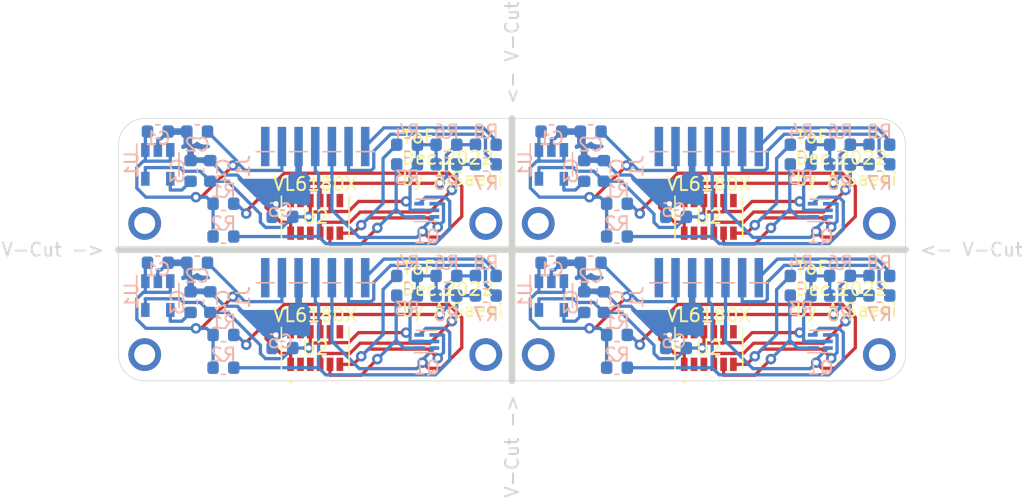
<source format=kicad_pcb>
(kicad_pcb (version 20211014) (generator pcbnew)
  (layers (0 "F.Cu" signal) (31 "B.Cu" signal) (34 "B.Paste" user) (35 "F.Paste" user) (36 "B.SilkS" user "B.Silkscreen") (37 "F.SilkS" user "F.Silkscreen") (38 "B.Mask" user) (39 "F.Mask" user) (44 "Edge.Cuts" user))
  (net 0 "")
  (net 1 "GND")
  (net 2 "VCC")
  (net 3 "Net-(C3-Pad1)")
  (net 4 "VDD")
  (net 5 "Net-(J1-Pad7)")
  (net 6 "Net-(J1-Pad6)")
  (net 7 "Net-(J1-Pad5)")
  (net 8 "Net-(J1-Pad4)")
  (net 9 "Net-(Q1-Pad4)")
  (net 10 "Net-(Q1-Pad1)")
  (net 11 "Net-(R5-Pad2)")
  (net 12 "Net-(R6-Pad2)")
  (footprint "0.main.robot:VL6180XV0NR&slash_1" (layer "F.Cu") (at 130 107.5 90)
    (fp_text reference locked "U2")
    (fp_text value locked "VL6180X")
  )
  (footprint "0.main.robot:VL6180XV0NR&slash_1" (layer "F.Cu") (at 130 117.5 90)
    (fp_text reference locked "U2")
    (fp_text value locked "VL6180X")
  )
  (footprint "0.main.robot:VL6180XV0NR&slash_1" (layer "F.Cu") (at 160 107.5 90)
    (fp_text reference locked "U2")
    (fp_text value locked "VL6180X")
  )
  (footprint "0.main.robot:VL6180XV0NR&slash_1" (layer "F.Cu") (at 160 117.5 90)
    (fp_text reference locked "U2")
    (fp_text value locked "VL6180X")
  )
  (footprint "Capacitor_SMD:C_0603_1608Metric" (layer "B.Cu") (at 118 101)
    (fp_text reference "C1")
    (fp_text value "1u")
  )
  (footprint "Capacitor_SMD:C_0603_1608Metric" (layer "B.Cu") (at 121 101 180)
    (fp_text reference "C2")
    (fp_text value locked "0.1u")
  )
  (footprint "Capacitor_SMD:C_0603_1608Metric" (layer "B.Cu") (at 120.5 104 90)
    (fp_text reference "C3")
    (fp_text value "0.01u")
  )
  (footprint "Capacitor_SMD:C_0603_1608Metric" (layer "B.Cu") (at 122 104 90)
    (fp_text reference "C4")
    (fp_text value "1u")
  )
  (footprint "Capacitor_SMD:C_0603_1608Metric" (layer "B.Cu") (at 127.5 107.5 180)
    (fp_text reference "C5")
    (fp_text value "0.1u")
  )
  (footprint "Package_SON:WSON-6_1.5x1.5mm_P0.5mm" (layer "B.Cu") (at 138.5 107)
    (fp_text reference "Q1")
    (fp_text value "SSM6N42FE")
  )
  (footprint "Resistor_SMD:R_0603_1608Metric" (layer "B.Cu") (at 123 106.5)
    (fp_text reference "R1")
    (fp_text value "10k")
  )
  (footprint "Resistor_SMD:R_0603_1608Metric" (layer "B.Cu") (at 123 109)
    (fp_text reference "R2")
    (fp_text value "10k")
  )
  (footprint "Resistor_SMD:R_0603_1608Metric" (layer "B.Cu") (at 137 103.5 180)
    (fp_text reference "R3")
    (fp_text value "10k")
  )
  (footprint "Resistor_SMD:R_0603_1608Metric" (layer "B.Cu") (at 137 102 180)
    (fp_text reference "R4")
    (fp_text value "10k")
  )
  (footprint "Resistor_SMD:R_0603_1608Metric" (layer "B.Cu") (at 140 103.5)
    (fp_text reference "R5")
    (fp_text value "47k")
  )
  (footprint "Resistor_SMD:R_0603_1608Metric" (layer "B.Cu") (at 140 102)
    (fp_text reference "R6")
    (fp_text value "47k")
  )
  (footprint "Resistor_SMD:R_0603_1608Metric" (layer "B.Cu") (at 143 103.5)
    (fp_text reference "R7")
    (fp_text value "1k")
  )
  (footprint "Resistor_SMD:R_0603_1608Metric" (layer "B.Cu") (at 143 102)
    (fp_text reference "R8")
    (fp_text value "1k")
  )
  (footprint "Package_TO_SOT_SMD:SOT-23-5" (layer "B.Cu") (at 118 103.5 -90)
    (fp_text reference "U1")
    (fp_text value "Si91841")
  )
  (footprint "Resistor_SMD:R_0603_1608Metric" (layer "B.Cu") (at 167 113.5 180)
    (fp_text reference "R3")
    (fp_text value "10k")
  )
  (footprint "Resistor_SMD:R_0603_1608Metric" (layer "B.Cu") (at 137 113.5 180)
    (fp_text reference "R3")
    (fp_text value "10k")
  )
  (footprint "Package_SON:WSON-6_1.5x1.5mm_P0.5mm" (layer "B.Cu") (at 168.5 107)
    (fp_text reference "Q1")
    (fp_text value "SSM6N42FE")
  )
  (footprint "Capacitor_SMD:C_0603_1608Metric" (layer "B.Cu") (at 120.5 114 90)
    (fp_text reference "C3")
    (fp_text value "0.01u")
  )
  (footprint "Capacitor_SMD:C_0603_1608Metric" (layer "B.Cu") (at 151 101 180)
    (fp_text reference "C2")
    (fp_text value locked "0.1u")
  )
  (footprint "Capacitor_SMD:C_0603_1608Metric" (layer "B.Cu") (at 148 111)
    (fp_text reference "C1")
    (fp_text value "1u")
  )
  (footprint "Resistor_SMD:R_0603_1608Metric" (layer "B.Cu") (at 173 103.5)
    (fp_text reference "R7")
    (fp_text value "1k")
  )
  (footprint "Resistor_SMD:R_0603_1608Metric" (layer "B.Cu") (at 153 109)
    (fp_text reference "R2")
    (fp_text value "10k")
  )
  (footprint "Resistor_SMD:R_0603_1608Metric" (layer "B.Cu") (at 167 112 180)
    (fp_text reference "R4")
    (fp_text value "10k")
  )
  (footprint "Resistor_SMD:R_0603_1608Metric" (layer "B.Cu") (at 170 102)
    (fp_text reference "R6")
    (fp_text value "47k")
  )
  (footprint "Resistor_SMD:R_0603_1608Metric" (layer "B.Cu") (at 123 119)
    (fp_text reference "R2")
    (fp_text value "10k")
  )
  (footprint "Capacitor_SMD:C_0603_1608Metric" (layer "B.Cu") (at 121 111 180)
    (fp_text reference "C2")
    (fp_text value locked "0.1u")
  )
  (footprint "0.main.robot:Pin_1x07_P1.27mm_SMD" (layer "B.Cu") (at 160 103.6375 -90)
    (fp_text reference locked "J1")
    (fp_text value "Conn_01x07")
  )
  (footprint "Resistor_SMD:R_0603_1608Metric" (layer "B.Cu") (at 173 112)
    (fp_text reference "R8")
    (fp_text value "1k")
  )
  (footprint "Resistor_SMD:R_0603_1608Metric" (layer "B.Cu") (at 173 113.5)
    (fp_text reference "R7")
    (fp_text value "1k")
  )
  (footprint "Capacitor_SMD:C_0603_1608Metric" (layer "B.Cu") (at 122 114 90)
    (fp_text reference "C4")
    (fp_text value "1u")
  )
  (footprint "Capacitor_SMD:C_0603_1608Metric" (layer "B.Cu") (at 127.5 117.5 180)
    (fp_text reference "C5")
    (fp_text value "0.1u")
  )
  (footprint "Resistor_SMD:R_0603_1608Metric" (layer "B.Cu") (at 143 112)
    (fp_text reference "R8")
    (fp_text value "1k")
  )
  (footprint "0.main.robot:Pin_1x07_P1.27mm_SMD" (layer "B.Cu") (at 160 113.6375 -90)
    (fp_text reference locked "J1")
    (fp_text value "Conn_01x07")
  )
  (footprint "Package_TO_SOT_SMD:SOT-23-5" (layer "B.Cu") (at 118 113.5 -90)
    (fp_text reference "U1")
    (fp_text value "Si91841")
  )
  (footprint "0.main.robot:Pin_1x07_P1.27mm_SMD" (layer "B.Cu") (at 130 103.6375 -90)
    (fp_text reference locked "J1")
    (fp_text value "Conn_01x07")
  )
  (footprint "Package_SON:WSON-6_1.5x1.5mm_P0.5mm" (layer "B.Cu") (at 138.5 117)
    (fp_text reference "Q1")
    (fp_text value "SSM6N42FE")
  )
  (footprint "Capacitor_SMD:C_0603_1608Metric" (layer "B.Cu") (at 150.5 114 90)
    (fp_text reference "C3")
    (fp_text value "0.01u")
  )
  (footprint "Resistor_SMD:R_0603_1608Metric" (layer "B.Cu") (at 143 113.5)
    (fp_text reference "R7")
    (fp_text value "1k")
  )
  (footprint "Resistor_SMD:R_0603_1608Metric" (layer "B.Cu") (at 170 103.5)
    (fp_text reference "R5")
    (fp_text value "47k")
  )
  (footprint "Capacitor_SMD:C_0603_1608Metric" (layer "B.Cu") (at 157.5 117.5 180)
    (fp_text reference "C5")
    (fp_text value "0.1u")
  )
  (footprint "Resistor_SMD:R_0603_1608Metric" (layer "B.Cu") (at 153 106.5)
    (fp_text reference "R1")
    (fp_text value "10k")
  )
  (footprint "Capacitor_SMD:C_0603_1608Metric" (layer "B.Cu") (at 150.5 104 90)
    (fp_text reference "C3")
    (fp_text value "0.01u")
  )
  (footprint "Resistor_SMD:R_0603_1608Metric" (layer "B.Cu") (at 123 116.5)
    (fp_text reference "R1")
    (fp_text value "10k")
  )
  (footprint "Resistor_SMD:R_0603_1608Metric" (layer "B.Cu") (at 153 116.5)
    (fp_text reference "R1")
    (fp_text value "10k")
  )
  (footprint "Capacitor_SMD:C_0603_1608Metric" (layer "B.Cu") (at 157.5 107.5 180)
    (fp_text reference "C5")
    (fp_text value "0.1u")
  )
  (footprint "Resistor_SMD:R_0603_1608Metric" (layer "B.Cu") (at 140 113.5)
    (fp_text reference "R5")
    (fp_text value "47k")
  )
  (footprint "Resistor_SMD:R_0603_1608Metric" (layer "B.Cu") (at 170 113.5)
    (fp_text reference "R5")
    (fp_text value "47k")
  )
  (footprint "Resistor_SMD:R_0603_1608Metric" (layer "B.Cu") (at 137 112 180)
    (fp_text reference "R4")
    (fp_text value "10k")
  )
  (footprint "Resistor_SMD:R_0603_1608Metric" (layer "B.Cu") (at 140 112)
    (fp_text reference "R6")
    (fp_text value "47k")
  )
  (footprint "Capacitor_SMD:C_0603_1608Metric" (layer "B.Cu") (at 118 111)
    (fp_text reference "C1")
    (fp_text value "1u")
  )
  (footprint "Capacitor_SMD:C_0603_1608Metric" (layer "B.Cu") (at 148 101)
    (fp_text reference "C1")
    (fp_text value "1u")
  )
  (footprint "Resistor_SMD:R_0603_1608Metric" (layer "B.Cu") (at 153 119)
    (fp_text reference "R2")
    (fp_text value "10k")
  )
  (footprint "Capacitor_SMD:C_0603_1608Metric" (layer "B.Cu") (at 152 114 90)
    (fp_text reference "C4")
    (fp_text value "1u")
  )
  (footprint "Capacitor_SMD:C_0603_1608Metric" (layer "B.Cu") (at 151 111 180)
    (fp_text reference "C2")
    (fp_text value locked "0.1u")
  )
  (footprint "Package_TO_SOT_SMD:SOT-23-5" (layer "B.Cu") (at 148 113.5 -90)
    (fp_text reference "U1")
    (fp_text value "Si91841")
  )
  (footprint "Resistor_SMD:R_0603_1608Metric" (layer "B.Cu") (at 170 112)
    (fp_text reference "R6")
    (fp_text value "47k")
  )
  (footprint "Package_SON:WSON-6_1.5x1.5mm_P0.5mm" (layer "B.Cu") (at 168.5 117)
    (fp_text reference "Q1")
    (fp_text value "SSM6N42FE")
  )
  (footprint "Resistor_SMD:R_0603_1608Metric" (layer "B.Cu") (at 167 103.5 180)
    (fp_text reference "R3")
    (fp_text value "10k")
  )
  (footprint "Package_TO_SOT_SMD:SOT-23-5" (layer "B.Cu") (at 148 103.5 -90)
    (fp_text reference "U1")
    (fp_text value "Si91841")
  )
  (footprint "Resistor_SMD:R_0603_1608Metric" (layer "B.Cu") (at 167 102 180)
    (fp_text reference "R4")
    (fp_text value "10k")
  )
  (footprint "Resistor_SMD:R_0603_1608Metric" (layer "B.Cu") (at 173 102)
    (fp_text reference "R8")
    (fp_text value "1k")
  )
  (footprint "Capacitor_SMD:C_0603_1608Metric" (layer "B.Cu") (at 152 104 90)
    (fp_text reference "C4")
    (fp_text value "1u")
  )
  (footprint "0.main.robot:Pin_1x07_P1.27mm_SMD" (layer "B.Cu") (at 130 113.6375 -90)
    (fp_text reference locked "J1")
    (fp_text value "Conn_01x07")
  )
  (gr_arc (start 174.999999 117.999999) (mid 174.414213 119.414213) (end 172.999999 119.999999) (layer "Edge.Cuts") (width 0.05))
  (gr_arc (start 117.000001 119.999999) (mid 115.585787 119.414213) (end 115.000001 117.999999) (layer "Edge.Cuts") (width 0.05))
  (gr_line (start 144.999999 100) (end 145 119.999999) (layer "Edge.Cuts") (width 0.5))
  (gr_line (start 147 100) (end 172.999999 100.000001) (layer "Edge.Cuts") (width 0.05))
  (gr_line (start 142.999999 119.999999) (end 117.000001 119.999999) (layer "Edge.Cuts") (width 0.05))
  (gr_line (start 117 100) (end 142.999999 100.000001) (layer "Edge.Cuts") (width 0.05))
  (gr_line (start 174.999999 112.000001) (end 174.999999 117.999999) (layer "Edge.Cuts") (width 0.05))
  (gr_arc (start 172.999999 100.000001) (mid 174.414213 100.585787) (end 174.999999 102.000001) (layer "Edge.Cuts") (width 0.05))
  (gr_line (start 115.000001 107.999999) (end 115 112) (layer "Edge.Cuts") (width 0.05))
  (gr_line (start 142.999999 100.000001) (end 147 100) (layer "Edge.Cuts") (width 0.05))
  (gr_line (start 144.999999 100) (end 145 119.999999) (layer "Edge.Cuts") (width 0.05))
  (gr_line (start 174.999999 110) (end 115 109.999999) (layer "Edge.Cuts") (width 0.5))
  (gr_line (start 115.000001 107.999999) (end 115 102) (layer "Edge.Cuts") (width 0.05))
  (gr_line (start 174.999999 112.000001) (end 174.999999 107.999999) (layer "Edge.Cuts") (width 0.05))
  (gr_line (start 172.999999 119.999999) (end 147.000001 119.999999) (layer "Edge.Cuts") (width 0.05))
  (gr_arc (start 115 102) (mid 115.585786 100.585786) (end 117 100) (layer "Edge.Cuts") (width 0.05))
  (gr_line (start 115.000001 117.999999) (end 115 112) (layer "Edge.Cuts") (width 0.05))
  (gr_line (start 142.999999 119.999999) (end 147.000001 119.999999) (layer "Edge.Cuts") (width 0.05))
  (gr_line (start 174.999999 102.000001) (end 174.999999 107.999999) (layer "Edge.Cuts") (width 0.05))
  (gr_line (start 115 109.999999) (end 174.999999 110) (layer "Edge.Cuts") (width 0.05))
  (gr_text "ToF\nDec.2022\nby A.Saeki" (at 166.5 113) (layer "F.SilkS") (effects (font (size 1 1)) (justify left)))
  (gr_text "ToF\nDec.2022\nby A.Saeki" (at 166.5 103) (layer "F.SilkS") (effects (font (size 1 1)) (justify left)))
  (gr_text "ToF\nDec.2022\nby A.Saeki" (at 136.5 113) (layer "F.SilkS") (effects (font (size 1 1)) (justify left)))
  (gr_text "ToF\nDec.2022\nby A.Saeki" (at 136.5 103) (layer "F.SilkS") (effects (font (size 1 1)) (justify left)))
  (gr_text "V-Cut ->" (at 110 110) (layer "Edge.Cuts") (effects (font (size 1 1))))
  (gr_text "V-Cut ->" (at 145 125 90) (layer "Edge.Cuts") (effects (font (size 1 1))))
  (gr_text "<- V-Cut" (at 145 95 90) (layer "Edge.Cuts") (effects (font (size 1 1))))
  (gr_text "<- V-Cut" (at 180 110) (layer "Edge.Cuts") (effects (font (size 1 1))))
  (via locked (at 117 108) (size 2.5) (drill 1.6) (layers "F.Cu" "B.Cu") (net 0))
  (via (at 147 118) (size 2.5) (drill 1.6) (layers "F.Cu" "B.Cu") (net 0))
  (via (at 147 108) (size 2.5) (drill 1.6) (layers "F.Cu" "B.Cu") (net 0))
  (via locked (at 143 108) (size 2.5) (drill 1.6) (layers "F.Cu" "B.Cu") (net 0))
  (via (at 173 118) (size 2.5) (drill 1.6) (layers "F.Cu" "B.Cu") (net 0))
  (via (at 117 118) (size 2.5) (drill 1.6) (layers "F.Cu" "B.Cu") (net 0))
  (via (at 173 108) (size 2.5) (drill 1.6) (layers "F.Cu" "B.Cu") (net 0))
  (via (at 143 118) (size 2.5) (drill 1.6) (layers "F.Cu" "B.Cu") (net 0))
  (segment locked (start 127.6834 106.258) (end 127.6834 106.154) (width 0.25) (layer "F.Cu") (net 1))
  (segment locked (start 128.1248 106.258) (end 128.125 106.2578) (width 0.25) (layer "F.Cu") (net 1))
  (segment locked (start 130.375 106.2578) (end 130.375 105.4269) (width 0.25) (layer "F.Cu") (net 1))
  (segment (start 128.1248 116.258) (end 127.6834 116.258) (width 0.25) (layer "F.Cu") (net 1))
  (segment (start 128.1248 116.258) (end 128.125 116.2578) (width 0.25) (layer "F.Cu") (net 1))
  (segment (start 128.125 116.258) (end 128.1248 116.258) (width 0.25) (layer "F.Cu") (net 1))
  (segment locked (start 128.125 106.258) (end 128.1248 106.258) (width 0.25) (layer "F.Cu") (net 1))
  (segment (start 127.242 116.258) (end 127 116.5) (width 0.25) (layer "F.Cu") (net 1))
  (segment (start 127.6834 116.154) (end 128.4105 115.4269) (width 0.25) (layer "F.Cu") (net 1))
  (segment (start 157.6834 116.258) (end 157.6834 116.154) (width 0.25) (layer "F.Cu") (net 1))
  (segment (start 130.375 116.2578) (end 130.375 115.4269) (width 0.25) (layer "F.Cu") (net 1))
  (segment (start 157.6834 116.154) (end 158.4105 115.4269) (width 0.25) (layer "F.Cu") (net 1))
  (segment (start 157.242 106.258) (end 157 106.5) (width 0.25) (layer "F.Cu") (net 1))
  (segment (start 127.6834 116.258) (end 127.6834 116.154) (width 0.25) (layer "F.Cu") (net 1))
  (segment (start 158.1248 106.258) (end 158.125 106.2578) (width 0.25) (layer "F.Cu") (net 1))
  (segment (start 157.6834 106.154) (end 158.4105 105.4269) (width 0.25) (layer "F.Cu") (net 1))
  (segment locked (start 128.4105 105.4269) (end 130.375 105.4269) (width 0.25) (layer "F.Cu") (net 1))
  (segment locked (start 128.1248 106.258) (end 127.6834 106.258) (width 0.25) (layer "F.Cu") (net 1))
  (segment (start 158.125 106.258) (end 158.1248 106.258) (width 0.25) (layer "F.Cu") (net 1))
  (segment locked (start 127.242 106.258) (end 127 106.5) (width 0.25) (layer "F.Cu") (net 1))
  (segment (start 160.375 106.2578) (end 160.375 105.4269) (width 0.25) (layer "F.Cu") (net 1))
  (segment (start 158.1248 116.258) (end 158.125 116.2578) (width 0.25) (layer "F.Cu") (net 1))
  (segment (start 158.125 116.258) (end 158.1248 116.258) (width 0.25) (layer "F.Cu") (net 1))
  (segment (start 157.6834 106.258) (end 157.6834 106.154) (width 0.25) (layer "F.Cu") (net 1))
  (segment (start 158.1248 106.258) (end 157.6834 106.258) (width 0.25) (layer "F.Cu") (net 1))
  (segment (start 160.375 116.2578) (end 160.375 115.4269) (width 0.25) (layer "F.Cu") (net 1))
  (segment (start 158.4105 115.4269) (end 160.375 115.4269) (width 0.25) (layer "F.Cu") (net 1))
  (segment (start 128.4105 115.4269) (end 130.375 115.4269) (width 0.25) (layer "F.Cu") (net 1))
  (segment (start 157.6834 116.258) (end 157.242 116.258) (width 0.25) (layer "F.Cu") (net 1))
  (segment locked (start 127.6834 106.154) (end 128.4105 105.4269) (width 0.25) (layer "F.Cu") (net 1))
  (segment (start 157.242 116.258) (end 157 116.5) (width 0.25) (layer "F.Cu") (net 1))
  (segment (start 157.6834 106.258) (end 157.242 106.258) (width 0.25) (layer "F.Cu") (net 1))
  (segment (start 158.4105 105.4269) (end 160.375 105.4269) (width 0.25) (layer "F.Cu") (net 1))
  (segment (start 158.1248 116.258) (end 157.6834 116.258) (width 0.25) (layer "F.Cu") (net 1))
  (segment locked (start 127.6834 106.258) (end 127.242 106.258) (width 0.25) (layer "F.Cu") (net 1))
  (segment (start 127.6834 116.258) (end 127.242 116.258) (width 0.25) (layer "F.Cu") (net 1))
  (via (at 157 116.5) (size 0.8) (drill 0.4) (layers "F.Cu" "B.Cu") (net 1))
  (via locked (at 127 106.5) (size 0.8) (drill 0.4) (layers "F.Cu" "B.Cu") (net 1))
  (via (at 157 106.5) (size 0.8) (drill 0.4) (layers "F.Cu" "B.Cu") (net 1))
  (via (at 127 116.5) (size 0.8) (drill 0.4) (layers "F.Cu" "B.Cu") (net 1))
  (segment locked (start 122 103.2125) (end 123.0998 104.3123) (width 0.25) (layer "B.Cu") (net 1))
  (segment (start 122 113.2125) (end 123.0998 114.3123) (width 0.25) (layer "B.Cu") (net 1))
  (segment (start 156.712 107.233) (end 156.712 106.966) (width 0.25) (layer "B.Cu") (net 1))
  (segment (start 148.2428 111.5447) (end 148.7875 111) (width 0.25) (layer "B.Cu") (net 1))
  (segment (start 118 112.4) (end 118 111.5447) (width 0.25) (layer "B.Cu") (net 1))
  (segment (start 120.5 113.2125) (end 120.5 111.2875) (width 0.25) (layer "B.Cu") (net 1))
  (segment (start 127 116.5) (end 128.73 114.77) (width 0.25) (layer "B.Cu") (net 1))
  (segment (start 148 111.5447) (end 148.2428 111.5447) (width 0.25) (layer "B.Cu") (net 1))
  (segment (start 156.7125 117.2335) (end 156.7125 117.5) (width 0.25) (layer "B.Cu") (net 1))
  (segment (start 118.2428 111.5447) (end 118.7875 111) (width 0.25) (layer "B.Cu") (net 1))
  (segment locked (start 118.7875 101) (end 120.2125 101) (width 0.25) (layer "B.Cu") (net 1))
  (segment locked (start 126.712 107.233) (end 126.712 106.966) (width 0.25) (layer "B.Cu") (net 1))
  (segment (start 126.712 116.966) (end 126.712 116.788) (width 0.25) (layer "B.Cu") (net 1))
  (segment locked (start 120.5 103.2125) (end 120.5 101.2875) (width 0.25) (layer "B.Cu") (net 1))
  (segment (start 126.712 117.233) (end 126.712 116.966) (width 0.25) (layer "B.Cu") (net 1))
  (segment (start 148.7875 101) (end 150.2125 101) (width 0.25) (layer "B.Cu") (net 1))
  (segment (start 154.0583 104.3123) (end 156.712 106.966) (width 0.25) (layer "B.Cu") (net 1))
  (segment (start 156.712 106.788) (end 157 106.5) (width 0.25) (layer "B.Cu") (net 1))
  (segment (start 158.73 114.77) (end 158.73 112.1375) (width 0.25) (layer "B.Cu") (net 1))
  (segment (start 118.7875 111) (end 120.2125 111) (width 0.25) (layer "B.Cu") (net 1))
  (segment (start 150.5 111.2875) (end 150.2125 111) (width 0.25) (layer "B.Cu") (net 1))
  (segment locked (start 122 103.2125) (end 120.5 103.2125) (width 0.25) (layer "B.Cu") (net 1))
  (segment (start 126.712 116.788) (end 127 116.5) (width 0.25) (layer "B.Cu") (net 1))
  (segment (start 156.712 116.788) (end 157 116.5) (width 0.25) (layer "B.Cu") (net 1))
  (segment locked (start 118 102.4) (end 118 101.5447) (width 0.25) (layer "B.Cu") (net 1))
  (segment (start 150.5 113.2125) (end 150.5 111.2875) (width 0.25) (layer "B.Cu") (net 1))
  (segment (start 124.0583 114.3123) (end 126.712 116.966) (width 0.25) (layer "B.Cu") (net 1))
  (segment locked (start 126.712 106.966) (end 126.712 106.788) (width 0.25) (layer "B.Cu") (net 1))
  (segment locked (start 127 106.5) (end 128.73 104.77) (width 0.25) (layer "B.Cu") (net 1))
  (segment (start 126.712 117.5) (end 126.712 117.233) (width 0.25) (layer "B.Cu") (net 1))
  (segment locked (start 118.2428 101.5447) (end 118.7875 101) (width 0.25) (layer "B.Cu") (net 1))
  (segment (start 154.0583 114.3123) (end 156.712 116.966) (width 0.25) (layer "B.Cu") (net 1))
  (segment locked (start 120.5 101.2875) (end 120.2125 101) (width 0.25) (layer "B.Cu") (net 1))
  (segment locked (start 126.712 107.233) (end 126.7125 107.2335) (width 0.25) (layer "B.Cu") (net 1))
  (segment (start 118 111.5447) (end 118.2428 111.5447) (width 0.25) (layer "B.Cu") (net 1))
  (segment (start 150.5 101.2875) (end 150.2125 101) (width 0.25) (layer "B.Cu") (net 1))
  (segment locked (start 126.712 106.788) (end 127 106.5) (width 0.25) (layer "B.Cu") (net 1))
  (segment (start 152 103.2125) (end 150.5 103.2125) (width 0.25) (layer "B.Cu") (net 1))
  (segment (start 148 102.4) (end 148 101.5447) (width 0.25) (layer "B.Cu") (net 1))
  (segment locked (start 118 101.5447) (end 118.2428 101.5447) (width 0.25) (layer "B.Cu") (net 1))
  (segment (start 156.712 107.233) (end 156.7125 107.2335) (width 0.25) (layer "B.Cu") (net 1))
  (segment (start 156.712 117.233) (end 156.7125 117.2335) (width 0.25) (layer "B.Cu") (net 1))
  (segment (start 156.712 117.233) (end 156.712 116.966) (width 0.25) (layer "B.Cu") (net 1))
  (segment (start 153.0998 104.3123) (end 154.0583 104.3123) (width 0.25) (layer "B.Cu") (net 1))
  (segment (start 156.7125 107.2335) (end 156.7125 107.5) (width 0.25) (layer "B.Cu") (net 1))
  (segment (start 148 112.4) (end 148 111.5447) (width 0.25) (layer "B.Cu") (net 1))
  (segment locked (start 128.73 104.77) (end 128.73 102.1375) (width 0.25) (layer "B.Cu") (net 1))
  (segment (start 152 103.2125) (end 153.0998 104.3123) (width 0.25) (layer "B.Cu") (net 1))
  (segment (start 126.712 117.233) (end 126.7125 117.2335) (width 0.25) (layer "B.Cu") (net 1))
  (segment (start 148 101.5447) (end 148.2428 101.5447) (width 0.25) (layer "B.Cu") (net 1))
  (segment (start 148.2428 101.5447) (end 148.7875 101) (width 0.25) (layer "B.Cu") (net 1))
  (segment (start 152 113.2125) (end 150.5 113.2125) (width 0.25) (layer "B.Cu") (net 1))
  (segment (start 126.7125 117.2335) (end 126.7125 117.5) (width 0.25) (layer "B.Cu") (net 1))
  (segment (start 157 116.5) (end 158.73 114.77) (width 0.25) (layer "B.Cu") (net 1))
  (segment (start 122 113.2125) (end 120.5 113.2125) (width 0.25) (layer "B.Cu") (net 1))
  (segment (start 152 113.2125) (end 153.0998 114.3123) (width 0.25) (layer "B.Cu") (net 1))
  (segment locked (start 126.712 107.5) (end 126.712 107.233) (width 0.25) (layer "B.Cu") (net 1))
  (segment locked (start 123.0998 104.3123) (end 124.0583 104.3123) (width 0.25) (layer "B.Cu") (net 1))
  (segment (start 156.712 117.5) (end 156.712 117.233) (width 0.25) (layer "B.Cu") (net 1))
  (segment (start 157 106.5) (end 158.73 104.77) (width 0.25) (layer "B.Cu") (net 1))
  (segment locked (start 124.0583 104.3123) (end 126.712 106.966) (width 0.25) (layer "B.Cu") (net 1))
  (segment (start 128.73 114.77) (end 128.73 112.1375) (width 0.25) (layer "B.Cu") (net 1))
  (segment (start 148.7875 111) (end 150.2125 111) (width 0.25) (layer "B.Cu") (net 1))
  (segment (start 153.0998 114.3123) (end 154.0583 114.3123) (width 0.25) (layer "B.Cu") (net 1))
  (segment (start 156.712 107.5) (end 156.712 107.233) (width 0.25) (layer "B.Cu") (net 1))
  (segment (start 150.5 103.2125) (end 150.5 101.2875) (width 0.25) (layer "B.Cu") (net 1))
  (segment (start 120.5 111.2875) (end 120.2125 111) (width 0.25) (layer "B.Cu") (net 1))
  (segment (start 123.0998 114.3123) (end 124.0583 114.3123) (width 0.25) (layer "B.Cu") (net 1))
  (segment (start 158.73 104.77) (end 158.73 102.1375) (width 0.25) (layer "B.Cu") (net 1))
  (segment (start 156.712 116.966) (end 156.712 116.788) (width 0.25) (layer "B.Cu") (net 1))
  (segment locked (start 126.7125 107.2335) (end 126.7125 107.5) (width 0.25) (layer "B.Cu") (net 1))
  (segment (start 156.712 106.966) (end 156.712 106.788) (width 0.25) (layer "B.Cu") (net 1))
  (segment (start 153.7235 113.587) (end 151.3124 115.9981) (width 0.25) (layer "F.Cu") (net 2))
  (segment (start 153.7235 103.587) (end 151.3124 105.9981) (width 0.25) (layer "F.Cu") (net 2))
  (segment locked (start 121.3124 105.9981) (end 120.9009 105.9981) (width 0.25) (layer "F.Cu") (net 2))
  (segment locked (start 123.7235 103.587) (end 121.3124 105.9981) (width 0.25) (layer "F.Cu") (net 2))
  (segment (start 151.3124 105.9981) (end 150.9009 105.9981) (width 0.25) (layer "F.Cu") (net 2))
  (segment (start 123.7235 113.587) (end 121.3124 115.9981) (width 0.25) (layer "F.Cu") (net 2))
  (segment (start 121.3124 115.9981) (end 120.9009 115.9981) (width 0.25) (layer "F.Cu") (net 2))
  (segment (start 151.3124 115.9981) (end 150.9009 115.9981) (width 0.25) (layer "F.Cu") (net 2))
  (via (at 153.7235 113.587) (size 0.8) (drill 0.4) (layers "F.Cu" "B.Cu") (net 2))
  (via locked (at 123.7235 103.587) (size 0.8) (drill 0.4) (layers "F.Cu" "B.Cu") (net 2))
  (via (at 120.9009 115.9981) (size 0.8) (drill 0.4) (layers "F.Cu" "B.Cu") (net 2))
  (via (at 153.7235 103.587) (size 0.8) (drill 0.4) (layers "F.Cu" "B.Cu") (net 2))
  (via (at 150.9009 115.9981) (size 0.8) (drill 0.4) (layers "F.Cu" "B.Cu") (net 2))
  (via (at 123.7235 113.587) (size 0.8) (drill 0.4) (layers "F.Cu" "B.Cu") (net 2))
  (via locked (at 120.9009 105.9981) (size 0.8) (drill 0.4) (layers "F.Cu" "B.Cu") (net 2))
  (via (at 150.9009 105.9981) (size 0.8) (drill 0.4) (layers "F.Cu" "B.Cu") (net 2))
  (segment (start 117.05 112.4) (end 117.05 113.2553) (width 0.25) (layer "B.Cu") (net 2))
  (segment (start 154.6391 103.9628) (end 153.9934 103.3171) (width 0.25) (layer "B.Cu") (net 2))
  (segment (start 152.2125 116.5) (end 151.7106 115.9981) (width 0.25) (layer "B.Cu") (net 2))
  (segment (start 153.9934 103.3171) (end 153.7235 103.587) (width 0.25) (layer "B.Cu") (net 2))
  (segment (start 153.9934 113.2059) (end 153.9934 113.3171) (width 0.25) (layer "B.Cu") (net 2))
  (segment (start 117.05 112.4) (end 117.05 111.1625) (width 0.25) (layer "B.Cu") (net 2))
  (segment (start 127.46 113.9628) (end 124.6391 113.9628) (width 0.25) (layer "B.Cu") (net 2))
  (segment (start 147.05 112.4) (end 147.05 111.1625) (width 0.25) (layer "B.Cu") (net 2))
  (segment (start 153.9934 103.2059) (end 153.9934 103.3171) (width 0.25) (layer "B.Cu") (net 2))
  (segment locked (start 118.95 103.2553) (end 117.05 103.2553) (width 0.25) (layer "B.Cu") (net 2))
  (segment (start 151.7875 111) (end 153.9934 113.2059) (width 0.25) (layer "B.Cu") (net 2))
  (segment (start 121.7106 115.9981) (end 120.9009 115.9981) (width 0.25) (layer "B.Cu") (net 2))
  (segment locked (start 117.0887 105.9981) (end 116.3997 105.3091) (width 0.25) (layer "B.Cu") (net 2))
  (segment (start 123.9934 113.2059) (end 123.9934 113.3171) (width 0.25) (layer "B.Cu") (net 2))
  (segment locked (start 122.2125 109) (end 122.2125 106.5) (width 0.25) (layer "B.Cu") (net 2))
  (segment (start 150.9009 105.9981) (end 147.0887 105.9981) (width 0.25) (layer "B.Cu") (net 2))
  (segment (start 124.6391 113.9628) (end 123.9934 113.3171) (width 0.25) (layer "B.Cu") (net 2))
  (segment (start 146.8873 113.2553) (end 147.05 113.2553) (width 0.25) (layer "B.Cu") (net 2))
  (segment locked (start 124.6391 103.9628) (end 123.9934 103.3171) (width 0.25) (layer "B.Cu") (net 2))
  (segment (start 117.0887 115.9981) (end 116.3997 115.3091) (width 0.25) (layer "B.Cu") (net 2))
  (segment locked (start 116.3997 105.3091) (end 116.3997 103.7429) (width 0.25) (layer "B.Cu") (net 2))
  (segment (start 148.95 113.2553) (end 147.05 113.2553) (width 0.25) (layer "B.Cu") (net 2))
  (segment (start 147.05 111.1625) (end 147.2125 111) (width 0.25) (layer "B.Cu") (net 2))
  (segment (start 147.0887 105.9981) (end 146.3997 105.3091) (width 0.25) (layer "B.Cu") (net 2))
  (segment locked (start 127.46 102.1375) (end 127.46 103.9628) (width 0.25) (layer "B.Cu") (net 2))
  (segment (start 152.2125 119) (end 152.2125 116.5) (width 0.25) (layer "B.Cu") (net 2))
  (segment (start 157.46 112.1375) (end 157.46 113.9628) (width 0.25) (layer "B.Cu") (net 2))
  (segment (start 148.95 103.2553) (end 147.05 103.2553) (width 0.25) (layer "B.Cu") (net 2))
  (segment (start 148.95 112.4) (end 148.95 113.2553) (width 0.25) (layer "B.Cu") (net 2))
  (segment locked (start 127.46 103.9628) (end 124.6391 103.9628) (width 0.25) (layer "B.Cu") (net 2))
  (segment (start 123.9934 113.3171) (end 123.7235 113.587) (width 0.25) (layer "B.Cu") (net 2))
  (segment locked (start 123.9934 103.2059) (end 123.9934 103.3171) (width 0.25) (layer "B.Cu") (net 2))
  (segment (start 157.46 103.9628) (end 154.6391 103.9628) (width 0.25) (layer "B.Cu") (net 2))
  (segment locked (start 118.95 102.4) (end 118.95 103.2553) (width 0.25) (layer "B.Cu") (net 2))
  (segment (start 147.05 101.1625) (end 147.2125 101) (width 0.25) (layer "B.Cu") (net 2))
  (segment locked (start 116.8873 103.2553) (end 117.05 103.2553) (width 0.25) (layer "B.Cu") (net 2))
  (segment locked (start 117.05 102.4) (end 117.05 101.1625) (width 0.25) (layer "B.Cu") (net 2))
  (segment (start 150.9009 115.9981) (end 147.0887 115.9981) (width 0.25) (layer "B.Cu") (net 2))
  (segment (start 148.95 102.4) (end 148.95 103.2553) (width 0.25) (layer "B.Cu") (net 2))
  (segment (start 116.8873 113.2553) (end 117.05 113.2553) (width 0.25) (layer "B.Cu") (net 2))
  (segment (start 122.2125 116.5) (end 121.7106 115.9981) (width 0.25) (layer "B.Cu") (net 2))
  (segment (start 146.3997 103.7429) (end 146.8873 103.2553) (width 0.25) (layer "B.Cu") (net 2))
  (segment (start 152.2125 109) (end 152.2125 106.5) (width 0.25) (layer "B.Cu") (net 2))
  (segment (start 157.46 113.9628) (end 154.6391 113.9628) (width 0.25) (layer "B.Cu") (net 2))
  (segment (start 127.46 112.1375) (end 127.46 113.9628) (width 0.25) (layer "B.Cu") (net 2))
  (segment locked (start 122.2125 106.5) (end 121.7106 105.9981) (width 0.25) (layer "B.Cu") (net 2))
  (segment (start 146.3997 115.3091) (end 146.3997 113.7429) (width 0.25) (layer "B.Cu") (net 2))
  (segment (start 146.8873 103.2553) (end 147.05 103.2553) (width 0.25) (layer "B.Cu") (net 2))
  (segment (start 152.2125 106.5) (end 151.7106 105.9981) (width 0.25) (layer "B.Cu") (net 2))
  (segment (start 147.05 102.4) (end 147.05 103.2553) (width 0.25) (layer "B.Cu") (net 2))
  (segment (start 157.46 102.1375) (end 157.46 103.9628) (width 0.25) (layer "B.Cu") (net 2))
  (segment locked (start 123.9934 103.3171) (end 123.7235 103.587) (width 0.25) (layer "B.Cu") (net 2))
  (segment locked (start 117.05 101.1625) (end 117.2125 101) (width 0.25) (layer "B.Cu") (net 2))
  (segment (start 116.3997 113.7429) (end 116.8873 113.2553) (width 0.25) (layer "B.Cu") (net 2))
  (segment (start 154.6391 113.9628) (end 153.9934 113.3171) (width 0.25) (layer "B.Cu") (net 2))
  (segment (start 147.05 102.4) (end 147.05 101.1625) (width 0.25) (layer "B.Cu") (net 2))
  (segment (start 118.95 113.2553) (end 117.05 113.2553) (width 0.25) (layer "B.Cu") (net 2))
  (segment (start 118.95 112.4) (end 118.95 113.2553) (width 0.25) (layer "B.Cu") (net 2))
  (segment (start 153.9934 113.3171) (end 153.7235 113.587) (width 0.25) (layer "B.Cu") (net 2))
  (segment (start 117.05 111.1625) (end 117.2125 111) (width 0.25) (layer "B.Cu") (net 2))
  (segment (start 151.7106 115.9981) (end 150.9009 115.9981) (width 0.25) (layer "B.Cu") (net 2))
  (segment (start 147.05 112.4) (end 147.05 113.2553) (width 0.25) (layer "B.Cu") (net 2))
  (segment (start 146.3997 105.3091) (end 146.3997 103.7429) (width 0.25) (layer "B.Cu") (net 2))
  (segment locked (start 117.05 102.4) (end 117.05 103.2553) (width 0.25) (layer "B.Cu") (net 2))
  (segment locked (start 121.7875 101) (end 123.9934 103.2059) (width 0.25) (layer "B.Cu") (net 2))
  (segment (start 151.7106 105.9981) (end 150.9009 105.9981) (width 0.25) (layer "B.Cu") (net 2))
  (segment (start 121.7875 111) (end 123.9934 113.2059) (width 0.25) (layer "B.Cu") (net 2))
  (segment (start 120.9009 115.9981) (end 117.0887 115.9981) (width 0.25) (layer "B.Cu") (net 2))
  (segment (start 116.3997 115.3091) (end 116.3997 113.7429) (width 0.25) (layer "B.Cu") (net 2))
  (segment (start 151.7875 101) (end 153.9934 103.2059) (width 0.25) (layer "B.Cu") (net 2))
  (segment (start 122.2125 119) (end 122.2125 116.5) (width 0.25) (layer "B.Cu") (net 2))
  (segment locked (start 121.7106 105.9981) (end 120.9009 105.9981) (width 0.25) (layer "B.Cu") (net 2))
  (segment locked (start 120.9009 105.9981) (end 117.0887 105.9981) (width 0.25) (layer "B.Cu") (net 2))
  (segment locked (start 116.3997 103.7429) (end 116.8873 103.2553) (width 0.25) (layer "B.Cu") (net 2))
  (segment (start 146.3997 113.7429) (end 146.8873 113.2553) (width 0.25) (layer "B.Cu") (net 2))
  (segment (start 147.0887 115.9981) (end 146.3997 115.3091) (width 0.25) (layer "B.Cu") (net 2))
  (segment locked (start 118.95 104.6) (end 118.95 105.4553) (width 0.25) (layer "B.Cu") (net 3))
  (segment (start 149.8322 105.4553) (end 150.5 104.7875) (width 0.25) (layer "B.Cu") (net 3))
  (segment (start 118.95 115.4553) (end 119.8322 115.4553) (width 0.25) (layer "B.Cu") (net 3))
  (segment (start 148.95 114.6) (end 148.95 115.4553) (width 0.25) (layer "B.Cu") (net 3))
  (segment locked (start 118.95 105.4553) (end 119.8322 105.4553) (width 0.25) (layer "B.Cu") (net 3))
  (segment (start 149.8322 115.4553) (end 150.5 114.7875) (width 0.25) (layer "B.Cu") (net 3))
  (segment (start 118.95 114.6) (end 118.95 115.4553) (width 0.25) (layer "B.Cu") (net 3))
  (segment (start 119.8322 115.4553) (end 120.5 114.7875) (width 0.25) (layer "B.Cu") (net 3))
  (segment locked (start 119.8322 105.4553) (end 120.5 104.7875) (width 0.25) (layer "B.Cu") (net 3))
  (segment (start 148.95 115.4553) (end 149.8322 115.4553) (width 0.25) (layer "B.Cu") (net 3))
  (segment (start 148.95 104.6) (end 148.95 105.4553) (width 0.25) (layer "B.Cu") (net 3))
  (segment (start 148.95 105.4553) (end 149.8322 105.4553) (width 0.25) (layer "B.Cu") (net 3))
  (segment (start 159.625 116.258) (end 159.625 116.2578) (width 0.25) (layer "F.Cu") (net 4))
  (segment (start 131.0945 117.1192) (end 131.125 117.0887) (width 0.25) (layer "F.Cu") (net 4))
  (segment (start 129.625 116.258) (end 129.625 116.2578) (width 0.25) (layer "F.Cu") (net 4))
  (segment (start 163.3005 106.3252) (end 166.9199 106.3252) (width 0.25) (layer "F.Cu") (net 4))
  (segment (start 162.537 107.0887) (end 163.3005 106.3252) (width 0.25) (layer "F.Cu") (net 4))
  (segment (start 161.125 106.9761) (end 161.125 107.0887) (width 0.25) (layer "F.Cu") (net 4))
  (segment (start 132.537 117.0887) (end 133.3005 116.3252) (width 0.25) (layer "F.Cu") (net 4))
  (segment (start 161.125 117.0887) (end 162.537 117.0887) (width 0.25) (layer "F.Cu") (net 4))
  (segment (start 159.625 107.1192) (end 159.625 107.375) (width 0.25) (layer "F.Cu") (net 4))
  (segment (start 159.625 117.1192) (end 161.0945 117.1192) (width 0.25) (layer "F.Cu") (net 4))
  (segment locked (start 131.0945 107.1192) (end 131.125 107.0887) (width 0.25) (layer "F.Cu") (net 4))
  (segment locked (start 132.537 107.0887) (end 133.3005 106.3252) (width 0.25) (layer "F.Cu") (net 4))
  (segment (start 131.125 116.9761) (end 131.125 117.0887) (width 0.25) (layer "F.Cu") (net 4))
  (segment (start 162.537 117.0887) (end 163.3005 116.3252) (width 0.25) (layer "F.Cu") (net 4))
  (segment locked (start 129.625 107.375) (end 129.5 107.5) (width 0.25) (layer "F.Cu") (net 4))
  (segment (start 129.625 117.1192) (end 129.625 117.375) (width 0.25) (layer "F.Cu") (net 4))
  (segment locked (start 131.125 107.0887) (end 132.537 107.0887) (width 0.25) (layer "F.Cu") (net 4))
  (segment (start 159.625 107.375) (end 159.5 107.5) (width 0.25) (layer "F.Cu") (net 4))
  (segment (start 161.0945 107.1192) (end 161.125 107.0887) (width 0.25) (layer "F.Cu") (net 4))
  (segment locked (start 129.625 107.1192) (end 129.625 107.375) (width 0.25) (layer "F.Cu") (net 4))
  (segment (start 133.3005 116.3252) (end 136.9199 116.3252) (width 0.25) (layer "F.Cu") (net 4))
  (segment locked (start 129.625 106.258) (end 129.625 106.2578) (width 0.25) (layer "F.Cu") (net 4))
  (segment (start 159.625 117.375) (end 159.5 117.5) (width 0.25) (layer "F.Cu") (net 4))
  (segment (start 129.625 116.258) (end 129.625 117.1192) (width 0.25) (layer "F.Cu") (net 4))
  (segment (start 131.125 117.0887) (end 132.537 117.0887) (width 0.25) (layer "F.Cu") (net 4))
  (segment (start 159.625 107.1192) (end 161.0945 107.1192) (width 0.25) (layer "F.Cu") (net 4))
  (segment (start 159.625 106.258) (end 159.625 106.2578) (width 0.25) (layer "F.Cu") (net 4))
  (segment (start 161.125 107.0887) (end 162.537 107.0887) (width 0.25) (layer "F.Cu") (net 4))
  (segment (start 161.125 116.9761) (end 161.125 117.0887) (width 0.25) (layer "F.Cu") (net 4))
  (segment locked (start 133.3005 106.3252) (end 136.9199 106.3252) (width 0.25) (layer "F.Cu") (net 4))
  (segment (start 161.125 116.2578) (end 161.125 116.9761) (width 0.25) (layer "F.Cu") (net 4))
  (segment (start 129.625 117.1192) (end 131.0945 117.1192) (width 0.25) (layer "F.Cu") (net 4))
  (segment (start 161.125 106.2578) (end 161.125 106.9761) (width 0.25) (layer "F.Cu") (net 4))
  (segment (start 159.625 106.258) (end 159.625 107.1192) (width 0.25) (layer "F.Cu") (net 4))
  (segment (start 159.625 116.258) (end 159.625 117.1192) (width 0.25) (layer "F.Cu") (net 4))
  (segment (start 159.625 117.1192) (end 159.625 117.375) (width 0.25) (layer "F.Cu") (net 4))
  (segment locked (start 131.125 106.2578) (end 131.125 106.9761) (width 0.25) (layer "F.Cu") (net 4))
  (segment locked (start 129.625 106.258) (end 129.625 107.1192) (width 0.25) (layer "F.Cu") (net 4))
  (segment (start 131.125 116.2578) (end 131.125 116.9761) (width 0.25) (layer "F.Cu") (net 4))
  (segment locked (start 129.625 107.1192) (end 131.0945 107.1192) (width 0.25) (layer "F.Cu") (net 4))
  (segment (start 129.625 117.375) (end 129.5 117.5) (width 0.25) (layer "F.Cu") (net 4))
  (segment (start 161.0945 117.1192) (end 161.125 117.0887) (width 0.25) (layer "F.Cu") (net 4))
  (segment locked (start 131.125 106.9761) (end 131.125 107.0887) (width 0.25) (layer "F.Cu") (net 4))
  (segment (start 163.3005 116.3252) (end 166.9199 116.3252) (width 0.25) (layer "F.Cu") (net 4))
  (via locked (at 129.5 107.5) (size 0.8) (drill 0.4) (layers "F.Cu" "B.Cu") (net 4))
  (via locked (at 136.9199 106.3252) (size 0.8) (drill 0.4) (layers "F.Cu" "B.Cu") (net 4))
  (via (at 159.5 117.5) (size 0.8) (drill 0.4) (layers "F.Cu" "B.Cu") (net 4))
  (via (at 129.5 117.5) (size 0.8) (drill 0.4) (layers "F.Cu" "B.Cu") (net 4))
  (via (at 136.9199 116.3252) (size 0.8) (drill 0.4) (layers "F.Cu" "B.Cu") (net 4))
  (via (at 159.5 107.5) (size 0.8) (drill 0.4) (layers "F.Cu" "B.Cu") (net 4))
  (via (at 166.9199 106.3252) (size 0.8) (drill 0.4) (layers "F.Cu" "B.Cu") (net 4))
  (via (at 166.9199 116.3252) (size 0.8) (drill 0.4) (layers "F.Cu" "B.Cu") (net 4))
  (segment (start 155.819 117.2821) (end 153.3244 114.7875) (width 0.25) (layer "B.Cu") (net 4))
  (segment locked (start 126.2101 108.3067) (end 125.819 107.9156) (width 0.25) (layer "B.Cu") (net 4))
  (segment (start 167.7875 102) (end 167.7875 103.5) (width 0.25) (layer "B.Cu") (net 4))
  (segment (start 167.925 107) (end 169.075 107) (width 0.25) (layer "B.Cu") (net 4))
  (segment (start 167.7875 112) (end 167.7875 113.5) (width 0.25) (layer "B.Cu") (net 4))
  (segment (start 151.2363 104.0238) (end 149.978 104.0238) (width 0.25) (layer "B.Cu") (net 4))
  (segment (start 137.2246 114.0629) (end 137.2246 116.3252) (width 0.25) (layer "B.Cu") (net 4))
  (segment (start 156.2101 118.3067) (end 155.819 117.9156) (width 0.25) (layer "B.Cu") (net 4))
  (segment (start 139.2125 112) (end 137.7875 112) (width 0.25) (layer "B.Cu") (net 4))
  (segment (start 155.819 117.9156) (end 155.819 117.2821) (width 0.25) (layer "B.Cu") (net 4))
  (segment (start 137.925 117) (end 137.2247 117) (width 0.25) (layer "B.Cu") (net 4))
  (segment (start 157.4808 108.3067) (end 156.2101 108.3067) (width 0.25) (layer "B.Cu") (net 4))
  (segment (start 167.925 117) (end 167.2247 117) (width 0.25) (layer "B.Cu") (net 4))
  (segment (start 121.2363 114.0238) (end 119.978 114.0238) (width 0.25) (layer "B.Cu") (net 4))
  (segment (start 169.2125 102) (end 167.7875 102) (width 0.25) (layer "B.Cu") (net 4))
  (segment (start 119.978 114.0238) (end 119.6989 113.7447) (width 0.25) (layer "B.Cu") (net 4))
  (segment (start 149.6989 103.7447) (end 147.05 103.7447) (width 0.25) (layer "B.Cu") (net 4))
  (segment (start 147.05 114.6) (end 147.05 113.7447) (width 0.25) (layer "B.Cu") (net 4))
  (segment (start 167.7875 103.5) (end 167.2246 104.0629) (width 0.25) (layer "B.Cu") (net 4))
  (segment (start 167.925 117) (end 169.075 117) (width 0.25) (layer "B.Cu") (net 4))
  (segment locked (start 125.819 107.9156) (end 125.819 107.2821) (width 0.25) (layer "B.Cu") (net 4))
  (segment (start 119.6989 113.7447) (end 117.05 113.7447) (width 0.25) (layer "B.Cu") (net 4))
  (segment (start 117.05 114.6) (end 117.05 113.7447) (width 0.25) (layer "B.Cu") (net 4))
  (segment (start 128.288 117.5) (end 128.2875 117.5) (width 0.25) (layer "B.Cu") (net 4))
  (segment (start 167.2246 116.3252) (end 167.2246 116.9999) (width 0.25) (layer "B.Cu") (net 4))
  (segment (start 158.288 107.5) (end 159.5 107.5) (width 0.25) (layer "B.Cu") (net 4))
  (segment (start 125.819 117.9156) (end 125.819 117.2821) (width 0.25) (layer "B.Cu") (net 4))
  (segment (start 167.2246 104.0629) (end 167.2246 106.3252) (width 0.25) (layer "B.Cu") (net 4))
  (segment (start 167.2246 116.3252) (end 166.9199 116.3252) (width 0.25) (layer "B.Cu") (net 4))
  (segment (start 169.2125 112) (end 169.2125 113.5) (width 0.25) (layer "B.Cu") (net 4))
  (segment (start 128.288 117.5) (end 129.5 117.5) (width 0.25) (layer "B.Cu") (net 4))
  (segment locked (start 137.2246 106.3252) (end 136.9199 106.3252) (width 0.25) (layer "B.Cu") (net 4))
  (segment locked (start 137.925 107) (end 139.075 107) (width 0.25) (layer "B.Cu") (net 4))
  (segment locked (start 137.7875 102) (end 137.7875 103.5) (width 0.25) (layer "B.Cu") (net 4))
  (segment locked (start 119.978 104.0238) (end 119.6989 103.7447) (width 0.25) (layer "B.Cu") (net 4))
  (segment (start 152 104.7875) (end 151.2363 104.0238) (width 0.25) (layer "B.Cu") (net 4))
  (segment (start 149.978 114.0238) (end 149.6989 113.7447) (width 0.25) (layer "B.Cu") (net 4))
  (segment locked (start 128.288 107.5) (end 128.2875 107.5) (width 0.25) (layer "B.Cu") (net 4))
  (segment locked (start 128.288 107.5) (end 129.5 107.5) (width 0.25) (layer "B.Cu") (net 4))
  (segment (start 157.4808 118.3067) (end 156.2101 118.3067) (width 0.25) (layer "B.Cu") (net 4))
  (segment (start 155.819 107.9156) (end 155.819 107.2821) (width 0.25) (layer "B.Cu") (net 4))
  (segment locked (start 119.6989 103.7447) (end 117.05 103.7447) (width 0.25) (layer "B.Cu") (net 4))
  (segment (start 151.2363 114.0238) (end 149.978 114.0238) (width 0.25) (layer "B.Cu") (net 4))
  (segment (start 153.3244 114.7875) (end 152 114.7875) (width 0.25) (layer "B.Cu") (net 4))
  (segment (start 128.2875 117.5) (end 127.4808 118.3067) (width 0.25) (layer "B.Cu") (net 4))
  (segment (start 169.2125 112) (end 167.7875 112) (width 0.25) (layer "B.Cu") (net 4))
  (segment (start 149.978 104.0238) (end 149.6989 103.7447) (width 0.25) (layer "B.Cu") (net 4))
  (segment locked (start 117.05 104.6) (end 117.05 103.7447) (width 0.25) (layer "B.Cu") (net 4))
  (segment (start 137.2246 116.3252) (end 136.9199 116.3252) (width 0.25) (layer "B.Cu") (net 4))
  (segment (start 158.288 117.5) (end 158.2875 117.5) (width 0.25) (layer "B.Cu") (net 4))
  (segment locked (start 122 104.7875) (end 121.2363 104.0238) (width 0.25) (layer "B.Cu") (net 4))
  (segment locked (start 139.2125 102) (end 139.2125 103.5) (width 0.25) (layer "B.Cu") (net 4))
  (segment (start 126.2101 118.3067) (end 125.819 117.9156) (width 0.25) (layer "B.Cu") (net 4))
  (segment (start 125.819 117.2821) (end 123.3244 114.7875) (width 0.25) (layer "B.Cu") (net 4))
  (segment (start 158.2875 117.5) (end 157.4808 118.3067) (width 0.25) (layer "B.Cu") (net 4))
  (segment (start 167.925 107) (end 167.2247 107) (width 0.25) (layer "B.Cu") (net 4))
  (segment locked (start 125.819 107.2821) (end 123.3244 104.7875) (width 0.25) (layer "B.Cu") (net 4))
  (segment (start 137.2246 116.3252) (end 137.2246 116.9999) (width 0.25) (layer "B.Cu") (net 4))
  (segment (start 153.3244 104.7875) (end 152 104.7875) (width 0.25) (layer "B.Cu") (net 4))
  (segment (start 127.4808 118.3067) (end 126.2101 118.3067) (width 0.25) (layer "B.Cu") (net 4))
  (segment (start 167.2246 116.9999) (end 167.2247 117) (width 0.25) (layer "B.Cu") (net 4))
  (segment locked (start 121.2363 104.0238) (end 119.978 104.0238) (width 0.25) (layer "B.Cu") (net 4))
  (segment (start 155.819 107.2821) (end 153.3244 104.7875) (width 0.25) (layer "B.Cu") (net 4))
  (segment (start 158.288 107.5) (end 158.2875 107.5) (width 0.25) (layer "B.Cu") (net 4))
  (segment (start 137.7875 112) (end 137.7875 113.5) (width 0.25) (layer "B.Cu") (net 4))
  (segment (start 122 114.7875) (end 121.2363 114.0238) (width 0.25) (layer "B.Cu") (net 4))
  (segment locked (start 123.3244 104.7875) (end 122 104.7875) (width 0.25) (layer "B.Cu") (net 4))
  (segment locked (start 137.925 107) (end 137.2247 107) (width 0.25) (layer "B.Cu") (net 4))
  (segment (start 149.6989 113.7447) (end 147.05 113.7447) (width 0.25) (layer "B.Cu") (net 4))
  (segment (start 158.2875 107.5) (end 157.4808 108.3067) (width 0.25) (layer "B.Cu") (net 4))
  (segment locked (start 127.4808 108.3067) (end 126.2101 108.3067) (width 0.25) (layer "B.Cu") (net 4))
  (segment (start 167.7875 113.5) (end 167.2246 114.0629) (width 0.25) (layer "B.Cu") (net 4))
  (segment locked (start 137.2246 104.0629) (end 137.2246 106.3252) (width 0.25) (layer "B.Cu") (net 4))
  (segment (start 167.2246 106.3252) (end 166.9199 106.3252) (width 0.25) (layer "B.Cu") (net 4))
  (segment (start 169.2125 102) (end 169.2125 103.5) (width 0.25) (layer "B.Cu") (net 4))
  (segment (start 156.2101 108.3067) (end 155.819 107.9156) (width 0.25) (layer "B.Cu") (net 4))
  (segment (start 167.2246 106.9999) (end 167.2247 107) (width 0.25) (layer "B.Cu") (net 4))
  (segment (start 139.2125 112) (end 139.2125 113.5) (width 0.25) (layer "B.Cu") (net 4))
  (segment locked (start 137.2246 106.9999) (end 137.2247 107) (width 0.25) (layer "B.Cu") (net 4))
  (segment (start 167.2246 106.3252) (end 167.2246 106.9999) (width 0.25) (layer "B.Cu") (net 4))
  (segment locked (start 128.2875 107.5) (end 127.4808 108.3067) (width 0.25) (layer "B.Cu") (net 4))
  (segment (start 123.3244 114.7875) (end 122 114.7875) (width 0.25) (layer "B.Cu") (net 4))
  (segment locked (start 137.7875 103.5) (end 137.2246 104.0629) (width 0.25) (layer "B.Cu") (net 4))
  (segment (start 147.05 104.6) (end 147.05 103.7447) (width 0.25) (layer "B.Cu") (net 4))
  (segment (start 137.7875 113.5) (end 137.2246 114.0629) (width 0.25) (layer "B.Cu") (net 4))
  (segment (start 158.288 117.5) (end 159.5 117.5) (width 0.25) (layer "B.Cu") (net 4))
  (segment locked (start 139.2125 102) (end 137.7875 102) (width 0.25) (layer "B.Cu") (net 4))
  (segment (start 167.2246 114.0629) (end 167.2246 116.3252) (width 0.25) (layer "B.Cu") (net 4))
  (segment locked (start 137.2246 106.3252) (end 137.2246 106.9999) (width 0.25) (layer "B.Cu") (net 4))
  (segment (start 152 114.7875) (end 151.2363 114.0238) (width 0.25) (layer "B.Cu") (net 4))
  (segment (start 137.925 117) (end 139.075 117) (width 0.25) (layer "B.Cu") (net 4))
  (segment (start 137.2246 116.9999) (end 137.2247 117) (width 0.25) (layer "B.Cu") (net 4))
  (segment (start 142.8136 110.7186) (end 135.2289 110.7186) (width 0.25) (layer "B.Cu") (net 5))
  (segment locked (start 142.8136 100.7186) (end 135.2289 100.7186) (width 0.25) (layer "B.Cu") (net 5))
  (segment (start 172.8136 100.7186) (end 165.2289 100.7186) (width 0.25) (layer "B.Cu") (net 5))
  (segment locked (start 143.7875 101.6925) (end 142.8136 100.7186) (width 0.25) (layer "B.Cu") (net 5))
  (segment (start 173.7875 111.6925) (end 172.8136 110.7186) (width 0.25) (layer "B.Cu") (net 5))
  (segment locked (start 143.7875 102) (end 143.7875 101.6925) (width 0.25) (layer "B.Cu") (net 5))
  (segment (start 143.7875 111.6925) (end 142.8136 110.7186) (width 0.25) (layer "B.Cu") (net 5))
  (segment (start 173.7875 102) (end 173.7875 101.6925) (width 0.25) (layer "B.Cu") (net 5))
  (segment (start 173.7875 112) (end 173.7875 111.6925) (width 0.25) (layer "B.Cu") (net 5))
  (segment (start 143.7875 112) (end 143.7875 111.6925) (width 0.25) (layer "B.Cu") (net 5))
  (segment (start 173.7875 101.6925) (end 172.8136 100.7186) (width 0.25) (layer "B.Cu") (net 5))
  (segment (start 172.8136 110.7186) (end 165.2289 110.7186) (width 0.25) (layer "B.Cu") (net 5))
  (segment (start 165.2289 110.7186) (end 163.81 112.1375) (width 0.25) (layer "B.Cu") (net 5))
  (segment locked (start 135.2289 100.7186) (end 133.81 102.1375) (width 0.25) (layer "B.Cu") (net 5))
  (segment (start 135.2289 110.7186) (end 133.81 112.1375) (width 0.25) (layer "B.Cu") (net 5))
  (segment (start 165.2289 100.7186) (end 163.81 102.1375) (width 0.25) (layer "B.Cu") (net 5))
  (segment locked (start 134.2698 103.9628) (end 134.4604 103.7722) (width 0.25) (layer "B.Cu") (net 6))
  (segment (start 162.54 112.1375) (end 162.54 113.9628) (width 0.25) (layer "B.Cu") (net 6))
  (segment locked (start 132.54 102.1375) (end 132.54 103.9628) (width 0.25) (layer "B.Cu") (net 6))
  (segment locked (start 135.7533 101.1989) (end 142.657 101.1989) (width 0.25) (layer "B.Cu") (net 6))
  (segment locked (start 134.4604 102.4918) (end 135.7533 101.1989) (width 0.25) (layer "B.Cu") (net 6))
  (segment (start 132.54 113.9628) (end 134.2698 113.9628) (width 0.25) (layer "B.Cu") (net 6))
  (segment (start 172.657 101.1989) (end 172.9761 101.518) (width 0.25) (layer "B.Cu") (net 6))
  (segment (start 135.7533 111.1989) (end 142.657 111.1989) (width 0.25) (layer "B.Cu") (net 6))
  (segment (start 172.9761 112.6886) (end 173.7875 113.5) (width 0.25) (layer "B.Cu") (net 6))
  (segment (start 172.9761 111.518) (end 172.9761 112.6886) (width 0.25) (layer "B.Cu") (net 6))
  (segment locked (start 142.9761 102.6886) (end 143.7875 103.5) (width 0.25) (layer "B.Cu") (net 6))
  (segment (start 172.9761 101.518) (end 172.9761 102.6886) (width 0.25) (layer "B.Cu") (net 6))
  (segment (start 142.9761 112.6886) (end 143.7875 113.5) (width 0.25) (layer "B.Cu") (net 6))
  (segment (start 164.4604 113.7722) (end 164.4604 112.4918) (width 0.25) (layer "B.Cu") (net 6))
  (segment (start 172.657 111.1989) (end 172.9761 111.518) (width 0.25) (layer "B.Cu") (net 6))
  (segment locked (start 142.9761 101.518) (end 142.9761 102.6886) (width 0.25) (layer "B.Cu") (net 6))
  (segment locked (start 132.54 103.9628) (end 134.2698 103.9628) (width 0.25) (layer "B.Cu") (net 6))
  (segment (start 142.657 111.1989) (end 142.9761 111.518) (width 0.25) (layer "B.Cu") (net 6))
  (segment (start 164.4604 103.7722) (end 164.4604 102.4918) (width 0.25) (layer "B.Cu") (net 6))
  (segment (start 162.54 113.9628) (end 164.2698 113.9628) (width 0.25) (layer "B.Cu") (net 6))
  (segment (start 172.9761 102.6886) (end 173.7875 103.5) (width 0.25) (layer "B.Cu") (net 6))
  (segment (start 162.54 102.1375) (end 162.54 103.9628) (width 0.25) (layer "B.Cu") (net 6))
  (segment (start 164.4604 102.4918) (end 165.7533 101.1989) (width 0.25) (layer "B.Cu") (net 6))
  (segment (start 165.7533 111.1989) (end 172.657 111.1989) (width 0.25) (layer "B.Cu") (net 6))
  (segment locked (start 142.657 101.1989) (end 142.9761 101.518) (width 0.25) (layer "B.Cu") (net 6))
  (segment (start 132.54 112.1375) (end 132.54 113.9628) (width 0.25) (layer "B.Cu") (net 6))
  (segment (start 134.4604 112.4918) (end 135.7533 111.1989) (width 0.25) (layer "B.Cu") (net 6))
  (segment (start 142.9761 111.518) (end 142.9761 112.6886) (width 0.25) (layer "B.Cu") (net 6))
  (segment locked (start 134.4604 103.7722) (end 134.4604 102.4918) (width 0.25) (layer "B.Cu") (net 6))
  (segment (start 164.2698 103.9628) (end 164.4604 103.7722) (width 0.25) (layer "B.Cu") (net 6))
  (segment (start 164.4604 112.4918) (end 165.7533 111.1989) (width 0.25) (layer "B.Cu") (net 6))
  (segment (start 162.54 103.9628) (end 164.2698 103.9628) (width 0.25) (layer "B.Cu") (net 6))
  (segment (start 165.7533 101.1989) (end 172.657 101.1989) (width 0.25) (layer "B.Cu") (net 6))
  (segment (start 164.2698 113.9628) (end 164.4604 113.7722) (width 0.25) (layer "B.Cu") (net 6))
  (segment (start 134.4604 113.7722) (end 134.4604 112.4918) (width 0.25) (layer "B.Cu") (net 6))
  (segment (start 134.2698 113.9628) (end 134.4604 113.7722) (width 0.25) (layer "B.Cu") (net 6))
  (segment (start 138.1884 118.6129) (end 138.6176 119.0421) (width 0.25) (layer "F.Cu") (net 7))
  (segment locked (start 138.1884 108.6129) (end 138.6176 109.0421) (width 0.25) (layer "F.Cu") (net 7))
  (segment (start 141.1696 115.1758) (end 140.169 114.1752) (width 0.25) (layer "F.Cu") (net 7))
  (segment (start 169.6018 119.0421) (end 171.1696 117.4743) (width 0.25) (layer "F.Cu") (net 7))
  (segment (start 168.1884 118.6129) (end 168.6176 119.0421) (width 0.25) (layer "F.Cu") (net 7))
  (segment (start 157.6364 114.1752) (end 154.7436 117.068) (width 0.25) (layer "F.Cu") (net 7))
  (segment (start 154.7436 107.068) (end 154.7436 107.2482) (width 0.25) (layer "F.Cu") (net 7))
  (segment locked (start 141.1696 105.1758) (end 140.169 104.1752) (width 0.25) (layer "F.Cu") (net 7))
  (segment (start 171.1696 105.1758) (end 170.169 104.1752) (width 0.25) (layer "F.Cu") (net 7))
  (segment (start 124.7436 117.068) (end 124.7436 117.2482) (width 0.25) (layer "F.Cu") (net 7))
  (segment (start 168.6176 119.0421) (end 169.6018 119.0421) (width 0.25) (layer "F.Cu") (net 7))
  (segment (start 170.169 114.1752) (end 157.6364 114.1752) (width 0.25) (layer "F.Cu") (net 7))
  (segment (start 171.1696 117.4743) (end 171.1696 115.1758) (width 0.25) (layer "F.Cu") (net 7))
  (segment (start 169.6018 109.0421) (end 171.1696 107.4743) (width 0.25) (layer "F.Cu") (net 7))
  (segment (start 168.1884 108.6129) (end 168.6176 109.0421) (width 0.25) (layer "F.Cu") (net 7))
  (segment (start 141.1696 117.4743) (end 141.1696 115.1758) (width 0.25) (layer "F.Cu") (net 7))
  (segment locked (start 141.1696 107.4743) (end 141.1696 105.1758) (width 0.25) (layer "F.Cu") (net 7))
  (segment locked (start 124.7436 107.068) (end 124.7436 107.2482) (width 0.25) (layer "F.Cu") (net 7))
  (segment (start 170.169 104.1752) (end 157.6364 104.1752) (width 0.25) (layer "F.Cu") (net 7))
  (segment (start 171.1696 107.4743) (end 171.1696 105.1758) (width 0.25) (layer "F.Cu") (net 7))
  (segment (start 157.6364 104.1752) (end 154.7436 107.068) (width 0.25) (layer "F.Cu") (net 7))
  (segment (start 171.1696 115.1758) (end 170.169 114.1752) (width 0.25) (layer "F.Cu") (net 7))
  (segment (start 154.7436 117.068) (end 154.7436 117.2482) (width 0.25) (layer "F.Cu") (net 7))
  (segment (start 168.6176 109.0421) (end 169.6018 109.0421) (width 0.25) (layer "F.Cu") (net 7))
  (segment (start 139.6018 119.0421) (end 141.1696 117.4743) (width 0.25) (layer "F.Cu") (net 7))
  (segment (start 138.6176 119.0421) (end 139.6018 119.0421) (width 0.25) (layer "F.Cu") (net 7))
  (segment locked (start 140.169 104.1752) (end 127.6364 104.1752) (width 0.25) (layer "F.Cu") (net 7))
  (segment locked (start 127.6364 104.1752) (end 124.7436 107.068) (width 0.25) (layer "F.Cu") (net 7))
  (segment (start 154.7436 117.2482) (end 154.7435 117.2482) (width 0.25) (layer "F.Cu") (net 7))
  (segment locked (start 124.7436 107.2482) (end 124.7435 107.2482) (width 0.25) (layer "F.Cu") (net 7))
  (segment (start 127.6364 114.1752) (end 124.7436 117.068) (width 0.25) (layer "F.Cu") (net 7))
  (segment (start 154.7436 107.2482) (end 154.7435 107.2482) (width 0.25) (layer "F.Cu") (net 7))
  (segment (start 124.7436 117.2482) (end 124.7435 117.2482) (width 0.25) (layer "F.Cu") (net 7))
  (segment (start 140.169 114.1752) (end 127.6364 114.1752) (width 0.25) (layer "F.Cu") (net 7))
  (segment locked (start 139.6018 109.0421) (end 141.1696 107.4743) (width 0.25) (layer "F.Cu") (net 7))
  (segment locked (start 138.6176 109.0421) (end 139.6018 109.0421) (width 0.25) (layer "F.Cu") (net 7))
  (via (at 138.1884 118.6129) (size 0.8) (drill 0.4) (layers "F.Cu" "B.Cu") (net 7))
  (via (at 154.7435 117.2482) (size 0.8) (drill 0.4) (layers "F.Cu" "B.Cu") (net 7))
  (via (at 124.7435 117.2482) (size 0.8) (drill 0.4) (layers "F.Cu" "B.Cu") (net 7))
  (via (at 154.7435 107.2482) (size 0.8) (drill 0.4) (layers "F.Cu" "B.Cu") (net 7))
  (via locked (at 124.7435 107.2482) (size 0.8) (drill 0.4) (layers "F.Cu" "B.Cu") (net 7))
  (via (at 168.1884 118.6129) (size 0.8) (drill 0.4) (layers "F.Cu" "B.Cu") (net 7))
  (via (at 168.1884 108.6129) (size 0.8) (drill 0.4) (layers "F.Cu" "B.Cu") (net 7))
  (via locked (at 138.1884 108.6129) (size 0.8) (drill 0.4) (layers "F.Cu" "B.Cu") (net 7))
  (segment (start 167.7325 119.0688) (end 163.3597 119.0688) (width 0.25) (layer "B.Cu") (net 7))
  (segment locked (start 123.7875 106.5) (end 123.9953 106.5) (width 0.25) (layer "B.Cu") (net 7))
  (segment (start 153.9953 106.5) (end 154.7435 107.2482) (width 0.25) (layer "B.Cu") (net 7))
  (segment (start 153.9953 116.5) (end 154.7435 117.2482) (width 0.25) (layer "B.Cu") (net 7))
  (segment (start 138.1884 118.3866) (end 138.1884 118.6129) (width 0.25) (layer "B.Cu") (net 7))
  (segment locked (start 138.1884 108.6129) (end 137.7325 109.0688) (width 0.25) (layer "B.Cu") (net 7))
  (segment (start 168.1884 118.3866) (end 168.1884 118.6129) (width 0.25) (layer "B.Cu") (net 7))
  (segment (start 123.7875 116.5) (end 123.9953 116.5) (width 0.25) (layer "B.Cu") (net 7))
  (segment (start 133.3597 119.0688) (end 131.27 116.9791) (width 0.25) (layer "B.Cu") (net 7))
  (segment locked (start 131.27 106.9791) (end 131.27 102.1375) (width 0.25) (layer "B.Cu") (net 7))
  (segment (start 153.7875 106.5) (end 153.9953 106.5) (width 0.25) (layer "B.Cu") (net 7))
  (segment (start 161.27 116.9791) (end 161.27 112.1375) (width 0.25) (layer "B.Cu") (net 7))
  (segment locked (start 133.3597 109.0688) (end 131.27 106.9791) (width 0.25) (layer "B.Cu") (net 7))
  (segment (start 137.7325 119.0688) (end 133.3597 119.0688) (width 0.25) (layer "B.Cu") (net 7))
  (segment (start 131.27 116.9791) (end 131.27 112.1375) (width 0.25) (layer "B.Cu") (net 7))
  (segment (start 169.075 107.5) (end 168.1884 108.3866) (width 0.25) (layer "B.Cu") (net 7))
  (segment (start 167.7325 109.0688) (end 163.3597 109.0688) (width 0.25) (layer "B.Cu") (net 7))
  (segment locked (start 137.7325 109.0688) (end 133.3597 109.0688) (width 0.25) (layer "B.Cu") (net 7))
  (segment (start 168.1884 118.6129) (end 167.7325 119.0688) (width 0.25) (layer "B.Cu") (net 7))
  (segment (start 168.1884 108.6129) (end 167.7325 109.0688) (width 0.25) (layer "B.Cu") (net 7))
  (segment (start 153.7875 116.5) (end 153.9953 116.5) (width 0.25) (layer "B.Cu") (net 7))
  (segment (start 163.3597 109.0688) (end 161.27 106.9791) (width 0.25) (layer "B.Cu") (net 7))
  (segment (start 123.9953 116.5) (end 124.7435 117.2482) (width 0.25) (layer "B.Cu") (net 7))
  (segment locked (start 139.075 107.5) (end 138.1884 108.3866) (width 0.25) (layer "B.Cu") (net 7))
  (segment (start 168.1884 108.3866) (end 168.1884 108.6129) (width 0.25) (layer "B.Cu") (net 7))
  (segment (start 169.075 117.5) (end 168.1884 118.3866) (width 0.25) (layer "B.Cu") (net 7))
  (segment (start 139.075 117.5) (end 138.1884 118.3866) (width 0.25) (layer "B.Cu") (net 7))
  (segment locked (start 138.1884 108.3866) (end 138.1884 108.6129) (width 0.25) (layer "B.Cu") (net 7))
  (segment (start 161.27 106.9791) (end 161.27 102.1375) (width 0.25) (layer "B.Cu") (net 7))
  (segment (start 138.1884 118.6129) (end 137.7325 119.0688) (width 0.25) (layer "B.Cu") (net 7))
  (segment (start 163.3597 119.0688) (end 161.27 116.9791) (width 0.25) (layer "B.Cu") (net 7))
  (segment locked (start 123.9953 106.5) (end 124.7435 107.2482) (width 0.25) (layer "B.Cu") (net 7))
  (segment (start 130.2582 119) (end 130.7994 119.5412) (width 0.25) (layer "B.Cu") (net 8))
  (segment (start 160.7994 119.5412) (end 169.1585 119.5412) (width 0.25) (layer "B.Cu") (net 8))
  (segment (start 170.2514 108.4483) (end 170.2514 106.3217) (width 0.25) (layer "B.Cu") (net 8))
  (segment (start 169.1585 109.5412) (end 170.2514 108.4483) (width 0.25) (layer "B.Cu") (net 8))
  (segment (start 160.2582 119) (end 160.7994 119.5412) (width 0.25) (layer "B.Cu") (net 8))
  (segment (start 140.2514 116.3217) (end 139.9267 115.997) (width 0.25) (layer "B.Cu") (net 8))
  (segment (start 123.7875 119) (end 130.2582 119) (width 0.25) (layer "B.Cu") (net 8))
  (segment (start 169.1585 119.5412) (end 170.2514 118.4483) (width 0.25) (layer "B.Cu") (net 8))
  (segment locked (start 130.2582 109) (end 130.7994 109.5412) (width 0.25) (layer "B.Cu") (net 8))
  (segment (start 130 112.1375) (end 130 113.9628) (width 0.25) (layer "B.Cu") (net 8))
  (segment locked (start 130 103.9628) (end 130.2582 104.221) (width 0.25) (layer "B.Cu") (net 8))
  (segment (start 160 102.1375) (end 160 103.9628) (width 0.25) (layer "B.Cu") (net 8))
  (segment (start 170.2514 116.3217) (end 169.9267 115.997) (width 0.25) (layer "B.Cu") (net 8))
  (segment (start 160.2582 104.221) (end 160.2582 109) (width 0.25) (layer "B.Cu") (net 8))
  (segment (start 170.2514 118.4483) (end 170.2514 116.3217) (width 0.25) (layer "B.Cu") (net 8))
  (segment (start 130.2582 114.221) (end 130.2582 119) (width 0.25) (layer "B.Cu") (net 8))
  (segment (start 160 113.9628) (end 160.2582 114.221) (width 0.25) (layer "B.Cu") (net 8))
  (segment (start 139.1585 119.5412) (end 140.2514 118.4483) (width 0.25) (layer "B.Cu") (net 8))
  (segment locked (start 130 102.1375) (end 130 103.9628) (width 0.25) (layer "B.Cu") (net 8))
  (segment (start 168.428 105.997) (end 167.925 106.5) (width 0.25) (layer "B.Cu") (net 8))
  (segment (start 130 113.9628) (end 130.2582 114.221) (width 0.25) (layer "B.Cu") (net 8))
  (segment (start 169.9267 115.997) (end 168.428 115.997) (width 0.25) (layer "B.Cu") (net 8))
  (segment (start 160.2582 114.221) (end 160.2582 119) (width 0.25) (layer "B.Cu") (net 8))
  (segment (start 139.9267 115.997) (end 138.428 115.997) (width 0.25) (layer "B.Cu") (net 8))
  (segment (start 130.7994 119.5412) (end 139.1585 119.5412) (width 0.25) (layer "B.Cu") (net 8))
  (segment locked (start 139.1585 109.5412) (end 140.2514 108.4483) (width 0.25) (layer "B.Cu") (net 8))
  (segment (start 140.2514 118.4483) (end 140.2514 116.3217) (width 0.25) (layer "B.Cu") (net 8))
  (segment (start 160.2582 109) (end 160.7994 109.5412) (width 0.25) (layer "B.Cu") (net 8))
  (segment locked (start 140.2514 108.4483) (end 140.2514 106.3217) (width 0.25) (layer "B.Cu") (net 8))
  (segment locked (start 139.9267 105.997) (end 138.428 105.997) (width 0.25) (layer "B.Cu") (net 8))
  (segment (start 160 103.9628) (end 160.2582 104.221) (width 0.25) (layer "B.Cu") (net 8))
  (segment locked (start 130.7994 109.5412) (end 139.1585 109.5412) (width 0.25) (layer "B.Cu") (net 8))
  (segment (start 169.9267 105.997) (end 168.428 105.997) (width 0.25) (layer "B.Cu") (net 8))
  (segment locked (start 140.2514 106.3217) (end 139.9267 105.997) (width 0.25) (layer "B.Cu") (net 8))
  (segment (start 160.7994 109.5412) (end 169.1585 109.5412) (width 0.25) (layer "B.Cu") (net 8))
  (segment (start 153.7875 119) (end 160.2582 119) (width 0.25) (layer "B.Cu") (net 8))
  (segment locked (start 138.428 105.997) (end 137.925 106.5) (width 0.25) (layer "B.Cu") (net 8))
  (segment (start 168.428 115.997) (end 167.925 116.5) (width 0.25) (layer "B.Cu") (net 8))
  (segment (start 138.428 115.997) (end 137.925 116.5) (width 0.25) (layer "B.Cu") (net 8))
  (segment locked (start 123.7875 109) (end 130.2582 109) (width 0.25) (layer "B.Cu") (net 8))
  (segment (start 153.7875 109) (end 160.2582 109) (width 0.25) (layer "B.Cu") (net 8))
  (segment (start 170.2514 106.3217) (end 169.9267 105.997) (width 0.25) (layer "B.Cu") (net 8))
  (segment locked (start 130.2582 104.221) (end 130.2582 109) (width 0.25) (layer "B.Cu") (net 8))
  (segment (start 160 112.1375) (end 160 113.9628) (width 0.25) (layer "B.Cu") (net 8))
  (segment locked (start 138.6411 107.581) (end 139.3379 108.2778) (width 0.25) (layer "F.Cu") (net 9))
  (segment (start 168.6411 117.581) (end 169.3379 118.2778) (width 0.25) (layer "F.Cu") (net 9))
  (segment (start 134.0535 117.581) (end 138.6411 117.581) (width 0.25) (layer "F.Cu") (net 9))
  (segment locked (start 134.0535 107.581) (end 138.6411 107.581) (width 0.25) (layer "F.Cu") (net 9))
  (segment (start 131.875 118.7422) (end 132.8923 118.7422) (width 0.25) (layer "F.Cu") (net 9))
  (segment locked (start 133.5049 108.1296) (end 134.0535 107.581) (width 0.25) (layer "F.Cu") (net 9))
  (segment locked (start 131.875 108.7422) (end 132.8923 108.7422) (width 0.25) (layer "F.Cu") (net 9))
  (segment (start 163.5049 118.1296) (end 164.0535 117.581) (width 0.25) (layer "F.Cu") (net 9))
  (segment (start 162.8923 118.7422) (end 163.5049 118.1296) (width 0.25) (layer "F.Cu") (net 9))
  (segment (start 132.8923 118.7422) (end 133.5049 118.1296) (width 0.25) (layer "F.Cu") (net 9))
  (segment (start 162.8923 108.7422) (end 163.5049 108.1296) (width 0.25) (layer "F.Cu") (net 9))
  (segment (start 138.6411 117.581) (end 139.3379 118.2778) (width 0.25) (layer "F.Cu") (net 9))
  (segment (start 163.5049 108.1296) (end 164.0535 107.581) (width 0.25) (layer "F.Cu") (net 9))
  (segment (start 161.875 118.7422) (end 162.8923 118.7422) (width 0.25) (layer "F.Cu") (net 9))
  (segment (start 168.6411 107.581) (end 169.3379 108.2778) (width 0.25) (layer "F.Cu") (net 9))
  (segment (start 164.0535 107.581) (end 168.6411 107.581) (width 0.25) (layer "F.Cu") (net 9))
  (segment (start 133.5049 118.1296) (end 134.0535 117.581) (width 0.25) (layer "F.Cu") (net 9))
  (segment locked (start 132.8923 108.7422) (end 133.5049 108.1296) (width 0.25) (layer "F.Cu") (net 9))
  (segment (start 161.875 108.7422) (end 162.8923 108.7422) (width 0.25) (layer "F.Cu") (net 9))
  (segment (start 164.0535 117.581) (end 168.6411 117.581) (width 0.25) (layer "F.Cu") (net 9))
  (via (at 133.5049 118.1296) (size 0.8) (drill 0.4) (layers "F.Cu" "B.Cu") (net 9))
  (via (at 139.3379 118.2778) (size 0.8) (drill 0.4) (layers "F.Cu" "B.Cu") (net 9))
  (via locked (at 139.3379 108.2778) (size 0.8) (drill 0.4) (layers "F.Cu" "B.Cu") (net 9))
  (via (at 169.3379 118.2778) (size 0.8) (drill 0.4) (layers "F.Cu" "B.Cu") (net 9))
  (via (at 163.5049 108.1296) (size 0.8) (drill 0.4) (layers "F.Cu" "B.Cu") (net 9))
  (via (at 169.3379 108.2778) (size 0.8) (drill 0.4) (layers "F.Cu" "B.Cu") (net 9))
  (via (at 163.5049 118.1296) (size 0.8) (drill 0.4) (layers "F.Cu" "B.Cu") (net 9))
  (via locked (at 133.5049 108.1296) (size 0.8) (drill 0.4) (layers "F.Cu" "B.Cu") (net 9))
  (segment locked (start 139.7753 107.8404) (end 139.3379 108.2778) (width 0.25) (layer "B.Cu") (net 9))
  (segment (start 165.1682 113.0443) (end 165.1682 116.4663) (width 0.25) (layer "B.Cu") (net 9))
  (segment (start 169.7753 117.8404) (end 169.3379 118.2778) (width 0.25) (layer "B.Cu") (net 9))
  (segment locked (start 139.7753 106.5) (end 139.7753 107.8404) (width 0.25) (layer "B.Cu") (net 9))
  (segment locked (start 135.1682 106.4663) (end 133.5049 108.1296) (width 0.25) (layer "B.Cu") (net 9))
  (segment (start 139.075 116.5) (end 139.7753 116.5) (width 0.25) (layer "B.Cu") (net 9))
  (segment (start 139.7753 117.8404) (end 139.3379 118.2778) (width 0.25) (layer "B.Cu") (net 9))
  (segment (start 135.1682 113.0443) (end 135.1682 116.4663) (width 0.25) (layer "B.Cu") (net 9))
  (segment (start 166.2125 102) (end 165.1682 103.0443) (width 0.25) (layer "B.Cu") (net 9))
  (segment (start 139.7753 116.5) (end 139.7753 117.8404) (width 0.25) (layer "B.Cu") (net 9))
  (segment locked (start 136.2125 102) (end 135.1682 103.0443) (width 0.25) (layer "B.Cu") (net 9))
  (segment (start 165.1682 103.0443) (end 165.1682 106.4663) (width 0.25) (layer "B.Cu") (net 9))
  (segment (start 169.7753 106.5) (end 169.7753 107.8404) (width 0.25) (layer "B.Cu") (net 9))
  (segment (start 165.1682 116.4663) (end 163.5049 118.1296) (width 0.25) (layer "B.Cu") (net 9))
  (segment (start 136.2125 112) (end 135.1682 113.0443) (width 0.25) (layer "B.Cu") (net 9))
  (segment (start 165.1682 106.4663) (end 163.5049 108.1296) (width 0.25) (layer "B.Cu") (net 9))
  (segment (start 135.1682 116.4663) (end 133.5049 118.1296) (width 0.25) (layer "B.Cu") (net 9))
  (segment locked (start 139.075 106.5) (end 139.7753 106.5) (width 0.25) (layer "B.Cu") (net 9))
  (segment locked (start 135.1682 103.0443) (end 135.1682 106.4663) (width 0.25) (layer "B.Cu") (net 9))
  (segment (start 169.7753 116.5) (end 169.7753 117.8404) (width 0.25) (layer "B.Cu") (net 9))
  (segment (start 169.075 116.5) (end 169.7753 116.5) (width 0.25) (layer "B.Cu") (net 9))
  (segment (start 169.075 106.5) (end 169.7753 106.5) (width 0.25) (layer "B.Cu") (net 9))
  (segment (start 166.2125 112) (end 165.1682 113.0443) (width 0.25) (layer "B.Cu") (net 9))
  (segment (start 169.7753 107.8404) (end 169.3379 108.2778) (width 0.25) (layer "B.Cu") (net 9))
  (segment (start 163.5021 119.5731) (end 164.7332 118.342) (width 0.25) (layer "F.Cu") (net 10))
  (segment (start 161.125 109.5731) (end 163.5021 109.5731) (width 0.25) (layer "F.Cu") (net 10))
  (segment locked (start 131.125 108.7422) (end 131.125 109.5731) (width 0.25) (layer "F.Cu") (net 10))
  (segment (start 131.125 118.7422) (end 131.125 119.5731) (width 0.25) (layer "F.Cu") (net 10))
  (segment locked (start 133.5021 109.5731) (end 134.7332 108.342) (width 0.25) (layer "F.Cu") (net 10))
  (segment (start 161.125 108.7422) (end 161.125 109.5731) (width 0.25) (layer "F.Cu") (net 10))
  (segment (start 163.5021 109.5731) (end 164.7332 108.342) (width 0.25) (layer "F.Cu") (net 10))
  (segment (start 161.125 119.5731) (end 163.5021 119.5731) (width 0.25) (layer "F.Cu") (net 10))
  (segment (start 131.125 119.5731) (end 133.5021 119.5731) (width 0.25) (layer "F.Cu") (net 10))
  (segment (start 161.125 118.7422) (end 161.125 119.5731) (width 0.25) (layer "F.Cu") (net 10))
  (segment (start 133.5021 119.5731) (end 134.7332 118.342) (width 0.25) (layer "F.Cu") (net 10))
  (segment locked (start 131.125 109.5731) (end 133.5021 109.5731) (width 0.25) (layer "F.Cu") (net 10))
  (via locked (at 134.7332 108.342) (size 0.8) (drill 0.4) (layers "F.Cu" "B.Cu") (net 10))
  (via (at 134.7332 118.342) (size 0.8) (drill 0.4) (layers "F.Cu" "B.Cu") (net 10))
  (via (at 164.7332 108.342) (size 0.8) (drill 0.4) (layers "F.Cu" "B.Cu") (net 10))
  (via (at 164.7332 118.342) (size 0.8) (drill 0.4) (layers "F.Cu" "B.Cu") (net 10))
  (segment locked (start 136.1694 106.9058) (end 136.7635 107.5) (width 0.25) (layer "B.Cu") (net 10))
  (segment (start 167.975 117.5) (end 167.2247 117.5) (width 0.25) (layer "B.Cu") (net 10))
  (segment (start 166.1694 106.9058) (end 164.7332 108.342) (width 0.25) (layer "B.Cu") (net 10))
  (segment (start 136.1694 116.9058) (end 134.7332 118.342) (width 0.25) (layer "B.Cu") (net 10))
  (segment locked (start 137.975 107.5) (end 137.2247 107.5) (width 0.25) (layer "B.Cu") (net 10))
  (segment (start 166.2125 113.5) (end 166.1693 113.5432) (width 0.25) (layer "B.Cu") (net 10))
  (segment locked (start 136.1693 103.5432) (end 136.1693 106.9058) (width 0.25) (layer "B.Cu") (net 10))
  (segment (start 166.1693 103.5432) (end 166.1693 106.9058) (width 0.25) (layer "B.Cu") (net 10))
  (segment (start 167.975 107.5) (end 167.2247 107.5) (width 0.25) (layer "B.Cu") (net 10))
  (segment locked (start 136.7635 107.5) (end 137.2247 107.5) (width 0.25) (layer "B.Cu") (net 10))
  (segment (start 136.1693 113.5432) (end 136.1693 116.9058) (width 0.25) (layer "B.Cu") (net 10))
  (segment (start 166.1694 116.9058) (end 166.7635 117.5) (width 0.25) (layer "B.Cu") (net 10))
  (segment (start 166.7635 107.5) (end 167.2247 107.5) (width 0.25) (layer "B.Cu") (net 10))
  (segment (start 136.1693 116.9058) (end 136.1694 116.9058) (width 0.25) (layer "B.Cu") (net 10))
  (segment (start 166.7635 117.5) (end 167.2247 117.5) (width 0.25) (layer "B.Cu") (net 10))
  (segment (start 166.1693 106.9058) (end 166.1694 106.9058) (width 0.25) (layer "B.Cu") (net 10))
  (segment (start 166.1694 106.9058) (end 166.7635 107.5) (width 0.25) (layer "B.Cu") (net 10))
  (segment (start 136.7635 117.5) (end 137.2247 117.5) (width 0.25) (layer "B.Cu") (net 10))
  (segment locked (start 136.1693 106.9058) (end 136.1694 106.9058) (width 0.25) (layer "B.Cu") (net 10))
  (segment locked (start 136.2125 103.5) (end 136.1693 103.5432) (width 0.25) (layer "B.Cu") (net 10))
  (segment locked (start 136.1694 106.9058) (end 134.7332 108.342) (width 0.25) (layer "B.Cu") (net 10))
  (segment (start 166.1693 116.9058) (end 166.1694 116.9058) (width 0.25) (layer "B.Cu") (net 10))
  (segment (start 137.975 117.5) (end 137.2247 117.5) (width 0.25) (layer "B.Cu") (net 10))
  (segment (start 166.1693 113.5432) (end 166.1693 116.9058) (width 0.25) (layer "B.Cu") (net 10))
  (segment (start 136.1694 116.9058) (end 136.7635 117.5) (width 0.25) (layer "B.Cu") (net 10))
  (segment (start 166.2125 103.5) (end 166.1693 103.5432) (width 0.25) (layer "B.Cu") (net 10))
  (segment (start 166.1694 116.9058) (end 164.7332 118.342) (width 0.25) (layer "B.Cu") (net 10))
  (segment (start 136.2125 113.5) (end 136.1693 113.5432) (width 0.25) (layer "B.Cu") (net 10))
  (segment locked (start 130.375 108.7422) (end 130.375 107.9113) (width 0.25) (layer "F.Cu") (net 11))
  (segment (start 160.375 118.7422) (end 160.375 117.9113) (width 0.25) (layer "F.Cu") (net 11))
  (segment locked (start 132.6388 107.9113) (end 130.375 107.9113) (width 0.25) (layer "F.Cu") (net 11))
  (segment (start 162.6388 107.9113) (end 160.375 107.9113) (width 0.25) (layer "F.Cu") (net 11))
  (segment (start 140.4174 115.4532) (end 138.74 117.1306) (width 0.25) (layer "F.Cu") (net 11))
  (segment (start 170.4174 105.4532) (end 168.74 107.1306) (width 0.25) (layer "F.Cu") (net 11))
  (segment (start 163.4195 107.1306) (end 162.6388 107.9113) (width 0.25) (layer "F.Cu") (net 11))
  (segment (start 138.74 117.1306) (end 133.4195 117.1306) (width 0.25) (layer "F.Cu") (net 11))
  (segment locked (start 133.4195 107.1306) (end 132.6388 107.9113) (width 0.25) (layer "F.Cu") (net 11))
  (segment (start 170.4174 115.4532) (end 168.74 117.1306) (width 0.25) (layer "F.Cu") (net 11))
  (segment (start 160.375 108.7422) (end 160.375 107.9113) (width 0.25) (layer "F.Cu") (net 11))
  (segment (start 168.74 107.1306) (end 163.4195 107.1306) (width 0.25) (layer "F.Cu") (net 11))
  (segment (start 163.4195 117.1306) (end 162.6388 117.9113) (width 0.25) (layer "F.Cu") (net 11))
  (segment (start 130.375 118.7422) (end 130.375 117.9113) (width 0.25) (layer "F.Cu") (net 11))
  (segment locked (start 138.74 107.1306) (end 133.4195 107.1306) (width 0.25) (layer "F.Cu") (net 11))
  (segment locked (start 140.4174 105.4532) (end 138.74 107.1306) (width 0.25) (layer "F.Cu") (net 11))
  (segment (start 162.6388 117.9113) (end 160.375 117.9113) (width 0.25) (layer "F.Cu") (net 11))
  (segment (start 132.6388 117.9113) (end 130.375 117.9113) (width 0.25) (layer "F.Cu") (net 11))
  (segment (start 133.4195 117.1306) (end 132.6388 117.9113) (width 0.25) (layer "F.Cu") (net 11))
  (segment (start 168.74 117.1306) (end 163.4195 117.1306) (width 0.25) (layer "F.Cu") (net 11))
  (via (at 170.4174 115.4532) (size 0.8) (drill 0.4) (layers "F.Cu" "B.Cu") (net 11))
  (via (at 140.4174 115.4532) (size 0.8) (drill 0.4) (layers "F.Cu" "B.Cu") (net 11))
  (via (at 170.4174 105.4532) (size 0.8) (drill 0.4) (layers "F.Cu" "B.Cu") (net 11))
  (via locked (at 140.4174 105.4532) (size 0.8) (drill 0.4) (layers "F.Cu" "B.Cu") (net 11))
  (segment (start 172.2125 113.5) (end 170.7875 113.5) (width 0.25) (layer "B.Cu") (net 11))
  (segment locked (start 140.7875 103.5) (end 140.7875 105.0831) (width 0.25) (layer "B.Cu") (net 11))
  (segment (start 170.7875 115.0831) (end 170.4174 115.4532) (width 0.25) (layer "B.Cu") (net 11))
  (segment (start 140.7875 115.0831) (end 140.4174 115.4532) (width 0.25) (layer "B.Cu") (net 11))
  (segment (start 172.2125 103.5) (end 170.7875 103.5) (width 0.25) (layer "B.Cu") (net 11))
  (segment (start 170.7875 103.5) (end 170.7875 105.0831) (width 0.25) (layer "B.Cu") (net 11))
  (segment (start 170.7875 113.5) (end 170.7875 115.0831) (width 0.25) (layer "B.Cu") (net 11))
  (segment locked (start 142.2125 103.5) (end 140.7875 103.5) (width 0.25) (layer "B.Cu") (net 11))
  (segment (start 140.7875 113.5) (end 140.7875 115.0831) (width 0.25) (layer "B.Cu") (net 11))
  (segment (start 142.2125 113.5) (end 140.7875 113.5) (width 0.25) (layer "B.Cu") (net 11))
  (segment (start 170.7875 105.0831) (end 170.4174 105.4532) (width 0.25) (layer "B.Cu") (net 11))
  (segment locked (start 140.7875 105.0831) (end 140.4174 105.4532) (width 0.25) (layer "B.Cu") (net 11))
  (segment (start 158.125 118.7422) (end 158.125 117.9113) (width 0.25) (layer "F.Cu") (net 12))
  (segment (start 127.3773 117.9113) (end 126.2483 116.7823) (width 0.25) (layer "F.Cu") (net 12))
  (segment (start 158.125 117.9113) (end 157.3773 117.9113) (width 0.25) (layer "F.Cu") (net 12))
  (segment (start 157.3773 107.9113) (end 156.2483 106.7823) (width 0.25) (layer "F.Cu") (net 12))
  (segment locked (start 127.3773 107.9113) (end 126.2483 106.7823) (width 0.25) (layer "F.Cu") (net 12))
  (segment locked (start 126.2483 106.7823) (end 126.2483 106.2002) (width 0.25) (layer "F.Cu") (net 12))
  (segment (start 127.5074 114.9411) (end 139.4982 114.9411) (width 0.25) (layer "F.Cu") (net 12))
  (segment (start 126.2483 116.7823) (end 126.2483 116.2002) (width 0.25) (layer "F.Cu") (net 12))
  (segment (start 128.125 118.7422) (end 128.125 117.9113) (width 0.25) (layer "F.Cu") (net 12))
  (segment (start 156.2483 116.7823) (end 156.2483 116.2002) (width 0.25) (layer "F.Cu") (net 12))
  (segment (start 128.125 117.9113) (end 127.3773 117.9113) (width 0.25) (layer "F.Cu") (net 12))
  (segment locked (start 126.2483 106.2002) (end 127.5074 104.9411) (width 0.25) (layer "F.Cu") (net 12))
  (segment locked (start 128.125 107.9113) (end 127.3773 107.9113) (width 0.25) (layer "F.Cu") (net 12))
  (segment (start 156.2483 106.2002) (end 157.5074 104.9411) (width 0.25) (layer "F.Cu") (net 12))
  (segment (start 158.125 107.9113) (end 157.3773 107.9113) (width 0.25) (layer "F.Cu") (net 12))
  (segment (start 157.5074 114.9411) (end 169.4982 114.9411) (width 0.25) (layer "F.Cu") (net 12))
  (segment locked (start 128.125 108.7422) (end 128.125 107.9113) (width 0.25) (layer "F.Cu") (net 12))
  (segment (start 157.5074 104.9411) (end 169.4982 104.9411) (width 0.25) (layer "F.Cu") (net 12))
  (segment locked (start 127.5074 104.9411) (end 139.4982 104.9411) (width 0.25) (layer "F.Cu") (net 12))
  (segment (start 156.2483 116.2002) (end 157.5074 114.9411) (width 0.25) (layer "F.Cu") (net 12))
  (segment (start 157.3773 117.9113) (end 156.2483 116.7823) (width 0.25) (layer "F.Cu") (net 12))
  (segment (start 158.125 108.7422) (end 158.125 107.9113) (width 0.25) (layer "F.Cu") (net 12))
  (segment (start 126.2483 116.2002) (end 127.5074 114.9411) (width 0.25) (layer "F.Cu") (net 12))
  (segment (start 156.2483 106.7823) (end 156.2483 106.2002) (width 0.25) (layer "F.Cu") (net 12))
  (via locked (at 139.4982 104.9411) (size 0.8) (drill 0.4) (layers "F.Cu" "B.Cu") (net 12))
  (via (at 169.4982 104.9411) (size 0.8) (drill 0.4) (layers "F.Cu" "B.Cu") (net 12))
  (via (at 139.4982 114.9411) (size 0.8) (drill 0.4) (layers "F.Cu" "B.Cu") (net 12))
  (via (at 169.4982 114.9411) (size 0.8) (drill 0.4) (layers "F.Cu" "B.Cu") (net 12))
  (segment (start 170 112.7875) (end 170.7875 112) (width 0.25) (layer "B.Cu") (net 12))
  (segment (start 169.4982 114.9411) (end 170 114.4393) (width 0.25) (layer "B.Cu") (net 12))
  (segment locked (start 139.4982 104.9411) (end 140 104.4393) (width 0.25) (layer "B.Cu") (net 12))
  (segment (start 142.2125 112) (end 140.7875 112) (width 0.25) (layer "B.Cu") (net 12))
  (segment (start 170 102.7875) (end 170.7875 102) (width 0.25) (layer "B.Cu") (net 12))
  (segment locked (start 142.2125 102) (end 140.7875 102) (width 0.25) (layer "B.Cu") (net 12))
  (segment locked (start 140 104.4393) (end 140 102.7875) (width 0.25) (layer "B.Cu") (net 12))
  (segment (start 170 104.4393) (end 170 102.7875) (width 0.25) (layer "B.Cu") (net 12))
  (segment (start 140 114.4393) (end 140 112.7875) (width 0.25) (layer "B.Cu") (net 12))
  (segment (start 170 114.4393) (end 170 112.7875) (width 0.25) (layer "B.Cu") (net 12))
  (segment (start 172.2125 112) (end 170.7875 112) (width 0.25) (layer "B.Cu") (net 12))
  (segment (start 140 112.7875) (end 140.7875 112) (width 0.25) (layer "B.Cu") (net 12))
  (segment locked (start 140 102.7875) (end 140.7875 102) (width 0.25) (layer "B.Cu") (net 12))
  (segment (start 169.4982 104.9411) (end 170 104.4393) (width 0.25) (layer "B.Cu") (net 12))
  (segment (start 139.4982 114.9411) (end 140 114.4393) (width 0.25) (layer "B.Cu") (net 12))
  (segment (start 172.2125 102) (end 170.7875 102) (width 0.25) (layer "B.Cu") (net 12))
  (zone (net 1) (net_name "GND") (layers F&B.Cu) (connect_pads (clearance 0.508)) (min_thickness 0.254) (fill yes (thermal_gap 0.508) (thermal_bridge_width 0.508))
    (polygon (pts (xy 145 120) (xy 115 120) (xy 115 110) (xy 145 110)))
  )
  (zone (net 1) (net_name "GND") (layers F&B.Cu) (connect_pads (clearance 0.508)) (min_thickness 0.254) (fill yes (thermal_gap 0.508) (thermal_bridge_width 0.508))
    (polygon (pts (xy 175 120) (xy 145 120) (xy 145 110) (xy 175 110)))
  )
  (zone (net 1) (net_name "GND") (layers F&B.Cu) (connect_pads (clearance 0.508)) (min_thickness 0.254) (fill yes (thermal_gap 0.508) (thermal_bridge_width 0.508))
    (polygon (pts (xy 175 110) (xy 145 110) (xy 145 100) (xy 175 100)))
  )
  (zone locked (net 1) (net_name "GND") (layers F&B.Cu) (connect_pads (clearance 0.508)) (min_thickness 0.254) (fill yes (thermal_gap 0.508) (thermal_bridge_width 0.508))
    (polygon (pts (xy 145 110) (xy 115 110) (xy 115 100) (xy 145 100)))
  )
)
</source>
